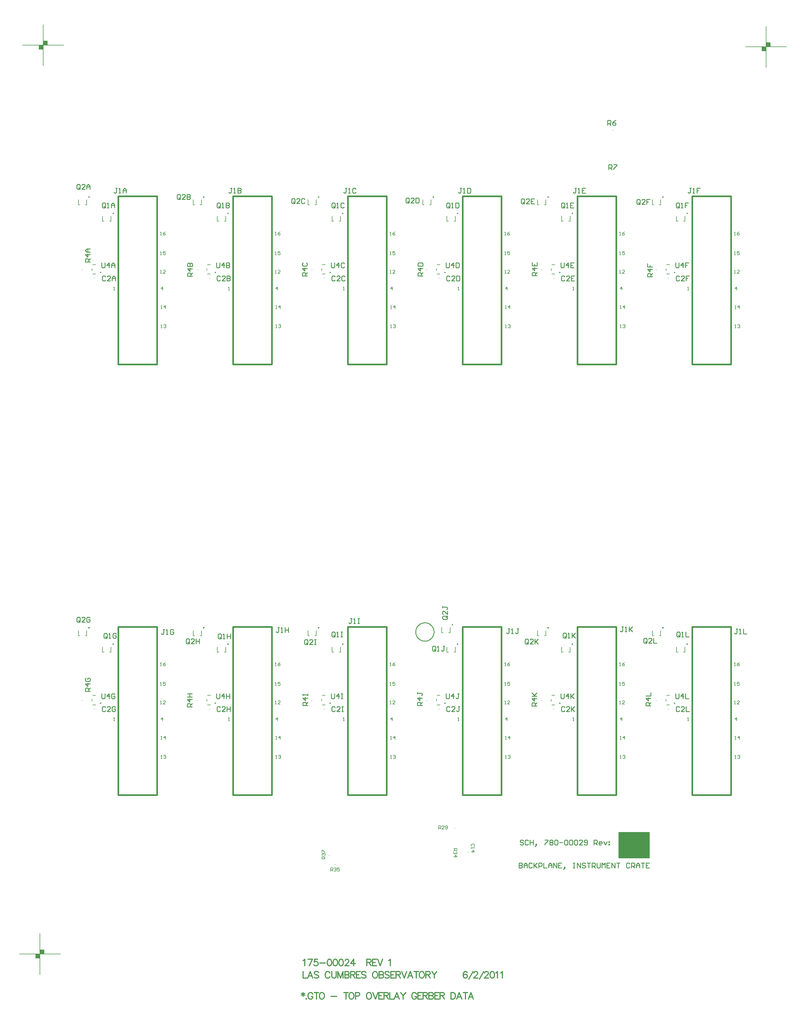
<source format=gto>
%FSLAX23Y23*%
%MOIN*%
G70*
G01*
G75*
G04 Layer_Color=65535*
%ADD10R,0.035X0.037*%
%ADD11R,0.035X0.037*%
%ADD12R,0.036X0.036*%
%ADD13R,0.036X0.028*%
%ADD14R,0.050X0.050*%
%ADD15R,0.050X0.050*%
%ADD16C,0.005*%
%ADD17C,0.010*%
%ADD18C,0.050*%
%ADD19C,0.012*%
%ADD20C,0.012*%
%ADD21C,0.008*%
%ADD22C,0.012*%
%ADD23C,0.157*%
%ADD24C,0.079*%
%ADD25C,0.020*%
%ADD26C,0.220*%
%ADD27C,0.039*%
%ADD28C,0.055*%
%ADD29R,0.055X0.055*%
%ADD30C,0.116*%
%ADD31C,0.085*%
%ADD32R,0.098X0.098*%
%ADD33C,0.098*%
%ADD34C,0.080*%
%ADD35C,0.065*%
%ADD36C,0.059*%
%ADD37C,0.055*%
%ADD38R,0.059X0.059*%
%ADD39C,0.110*%
%ADD40C,0.217*%
%ADD41C,0.200*%
%ADD42C,0.026*%
%ADD43C,0.050*%
%ADD44C,0.024*%
%ADD45C,0.025*%
%ADD46C,0.040*%
%ADD47C,0.131*%
%ADD48C,0.076*%
%ADD49C,0.206*%
%ADD50C,0.080*%
%ADD51C,0.075*%
%ADD52C,0.168*%
%ADD53C,0.102*%
%ADD54C,0.091*%
G04:AMPARAMS|DCode=55|XSize=111.181mil|YSize=111.181mil|CornerRadius=0mil|HoleSize=0mil|Usage=FLASHONLY|Rotation=0.000|XOffset=0mil|YOffset=0mil|HoleType=Round|Shape=Relief|Width=30mil|Gap=10mil|Entries=4|*
%AMTHD55*
7,0,0,0.111,0.091,0.030,45*
%
%ADD55THD55*%
G04:AMPARAMS|DCode=56|XSize=112mil|YSize=112mil|CornerRadius=0mil|HoleSize=0mil|Usage=FLASHONLY|Rotation=0.000|XOffset=0mil|YOffset=0mil|HoleType=Round|Shape=Relief|Width=30mil|Gap=10mil|Entries=4|*
%AMTHD56*
7,0,0,0.112,0.092,0.030,45*
%
%ADD56THD56*%
%ADD57C,0.092*%
%ADD58C,0.138*%
%ADD59C,0.073*%
%ADD60C,0.099*%
G04:AMPARAMS|DCode=61|XSize=119.055mil|YSize=119.055mil|CornerRadius=0mil|HoleSize=0mil|Usage=FLASHONLY|Rotation=0.000|XOffset=0mil|YOffset=0mil|HoleType=Round|Shape=Relief|Width=30mil|Gap=10mil|Entries=4|*
%AMTHD61*
7,0,0,0.119,0.099,0.030,45*
%
%ADD61THD61*%
%ADD62C,0.075*%
G04:AMPARAMS|DCode=63|XSize=130mil|YSize=130mil|CornerRadius=0mil|HoleSize=0mil|Usage=FLASHONLY|Rotation=0.000|XOffset=0mil|YOffset=0mil|HoleType=Round|Shape=Relief|Width=30mil|Gap=10mil|Entries=4|*
%AMTHD63*
7,0,0,0.130,0.110,0.030,45*
%
%ADD63THD63*%
%ADD64C,0.168*%
%ADD65C,0.053*%
G04:AMPARAMS|DCode=66|XSize=88mil|YSize=88mil|CornerRadius=0mil|HoleSize=0mil|Usage=FLASHONLY|Rotation=0.000|XOffset=0mil|YOffset=0mil|HoleType=Round|Shape=Relief|Width=30mil|Gap=10mil|Entries=4|*
%AMTHD66*
7,0,0,0.088,0.068,0.030,45*
%
%ADD66THD66*%
G04:AMPARAMS|DCode=67|XSize=70mil|YSize=70mil|CornerRadius=0mil|HoleSize=0mil|Usage=FLASHONLY|Rotation=0.000|XOffset=0mil|YOffset=0mil|HoleType=Round|Shape=Relief|Width=30mil|Gap=10mil|Entries=4|*
%AMTHD67*
7,0,0,0.070,0.050,0.030,45*
%
%ADD67THD67*%
%ADD68C,0.068*%
G04:AMPARAMS|DCode=69|XSize=100mil|YSize=100mil|CornerRadius=0mil|HoleSize=0mil|Usage=FLASHONLY|Rotation=0.000|XOffset=0mil|YOffset=0mil|HoleType=Round|Shape=Relief|Width=10mil|Gap=10mil|Entries=4|*
%AMTHD69*
7,0,0,0.100,0.080,0.010,45*
%
%ADD69THD69*%
G04:AMPARAMS|DCode=70|XSize=70mil|YSize=70mil|CornerRadius=0mil|HoleSize=0mil|Usage=FLASHONLY|Rotation=0.000|XOffset=0mil|YOffset=0mil|HoleType=Round|Shape=Relief|Width=10mil|Gap=10mil|Entries=4|*
%AMTHD70*
7,0,0,0.070,0.050,0.010,45*
%
%ADD70THD70*%
G04:AMPARAMS|DCode=71|XSize=150.551mil|YSize=150.551mil|CornerRadius=0mil|HoleSize=0mil|Usage=FLASHONLY|Rotation=0.000|XOffset=0mil|YOffset=0mil|HoleType=Round|Shape=Relief|Width=10mil|Gap=10mil|Entries=4|*
%AMTHD71*
7,0,0,0.151,0.131,0.010,45*
%
%ADD71THD71*%
G04:AMPARAMS|DCode=72|XSize=96.221mil|YSize=96.221mil|CornerRadius=0mil|HoleSize=0mil|Usage=FLASHONLY|Rotation=0.000|XOffset=0mil|YOffset=0mil|HoleType=Round|Shape=Relief|Width=10mil|Gap=10mil|Entries=4|*
%AMTHD72*
7,0,0,0.096,0.076,0.010,45*
%
%ADD72THD72*%
G04:AMPARAMS|DCode=73|XSize=95mil|YSize=95mil|CornerRadius=0mil|HoleSize=0mil|Usage=FLASHONLY|Rotation=0.000|XOffset=0mil|YOffset=0mil|HoleType=Round|Shape=Relief|Width=10mil|Gap=10mil|Entries=4|*
%AMTHD73*
7,0,0,0.095,0.075,0.010,45*
%
%ADD73THD73*%
G04:AMPARAMS|DCode=74|XSize=122mil|YSize=122mil|CornerRadius=0mil|HoleSize=0mil|Usage=FLASHONLY|Rotation=0.000|XOffset=0mil|YOffset=0mil|HoleType=Round|Shape=Relief|Width=10mil|Gap=10mil|Entries=4|*
%AMTHD74*
7,0,0,0.122,0.102,0.010,45*
%
%ADD74THD74*%
G04:AMPARAMS|DCode=75|XSize=112mil|YSize=112mil|CornerRadius=0mil|HoleSize=0mil|Usage=FLASHONLY|Rotation=0.000|XOffset=0mil|YOffset=0mil|HoleType=Round|Shape=Relief|Width=10mil|Gap=10mil|Entries=4|*
%AMTHD75*
7,0,0,0.112,0.092,0.010,45*
%
%ADD75THD75*%
G04:AMPARAMS|DCode=76|XSize=93.465mil|YSize=93.465mil|CornerRadius=0mil|HoleSize=0mil|Usage=FLASHONLY|Rotation=0.000|XOffset=0mil|YOffset=0mil|HoleType=Round|Shape=Relief|Width=10mil|Gap=10mil|Entries=4|*
%AMTHD76*
7,0,0,0.093,0.073,0.010,45*
%
%ADD76THD76*%
G04:AMPARAMS|DCode=77|XSize=95.433mil|YSize=95.433mil|CornerRadius=0mil|HoleSize=0mil|Usage=FLASHONLY|Rotation=0.000|XOffset=0mil|YOffset=0mil|HoleType=Round|Shape=Relief|Width=10mil|Gap=10mil|Entries=4|*
%AMTHD77*
7,0,0,0.095,0.075,0.010,45*
%
%ADD77THD77*%
G04:AMPARAMS|DCode=78|XSize=72.992mil|YSize=72.992mil|CornerRadius=0mil|HoleSize=0mil|Usage=FLASHONLY|Rotation=0.000|XOffset=0mil|YOffset=0mil|HoleType=Round|Shape=Relief|Width=10mil|Gap=10mil|Entries=4|*
%AMTHD78*
7,0,0,0.073,0.053,0.010,45*
%
%ADD78THD78*%
G04:AMPARAMS|DCode=79|XSize=88mil|YSize=88mil|CornerRadius=0mil|HoleSize=0mil|Usage=FLASHONLY|Rotation=0.000|XOffset=0mil|YOffset=0mil|HoleType=Round|Shape=Relief|Width=10mil|Gap=10mil|Entries=4|*
%AMTHD79*
7,0,0,0.088,0.068,0.010,45*
%
%ADD79THD79*%
%ADD80R,0.075X0.037*%
%ADD81R,0.272X0.268*%
%ADD82R,0.057X0.012*%
%ADD83R,0.025X0.185*%
%ADD84R,0.025X0.100*%
%ADD85R,0.016X0.020*%
%ADD86R,0.020X0.020*%
%ADD87R,0.070X0.135*%
%ADD88R,0.078X0.048*%
%ADD89R,0.063X0.075*%
%ADD90O,0.028X0.098*%
%ADD91R,0.045X0.017*%
%ADD92R,0.087X0.059*%
%ADD93R,0.126X0.060*%
%ADD94R,0.065X0.094*%
%ADD95O,0.027X0.010*%
%ADD96R,0.094X0.065*%
%ADD97O,0.010X0.024*%
%ADD98R,0.040X0.067*%
%ADD99R,0.051X0.059*%
%ADD100R,0.070X0.025*%
%ADD101R,0.059X0.051*%
%ADD102R,0.059X0.087*%
%ADD103C,0.020*%
%ADD104C,0.030*%
%ADD105C,0.010*%
%ADD106C,0.010*%
%ADD107C,0.008*%
%ADD108C,0.006*%
%ADD109C,0.007*%
%ADD110R,0.384X0.322*%
D17*
X33730Y21360D02*
X33730Y21370D01*
X33728Y21380D01*
X33726Y21390D01*
X33723Y21399D01*
X33719Y21409D01*
X33714Y21417D01*
X33709Y21426D01*
X33703Y21434D01*
X33696Y21441D01*
X33688Y21447D01*
X33680Y21453D01*
X33671Y21459D01*
X33662Y21463D01*
X33653Y21466D01*
X33643Y21469D01*
X33633Y21471D01*
X33623Y21472D01*
X33613D01*
X33603Y21471D01*
X33594Y21469D01*
X33584Y21466D01*
X33575Y21463D01*
X33565Y21459D01*
X33557Y21453D01*
X33549Y21447D01*
X33541Y21441D01*
X33534Y21434D01*
X33528Y21426D01*
X33522Y21417D01*
X33518Y21409D01*
X33514Y21399D01*
X33511Y21390D01*
X33508Y21380D01*
X33507Y21370D01*
X33507Y21360D01*
X33507Y21350D01*
X33508Y21340D01*
X33511Y21330D01*
X33514Y21321D01*
X33518Y21312D01*
X33522Y21303D01*
X33528Y21294D01*
X33534Y21287D01*
X33541Y21279D01*
X33549Y21273D01*
X33557Y21267D01*
X33565Y21262D01*
X33575Y21257D01*
X33584Y21254D01*
X33594Y21251D01*
X33603Y21249D01*
X33613Y21249D01*
X33623D01*
X33633Y21249D01*
X33643Y21251D01*
X33653Y21254D01*
X33662Y21257D01*
X33671Y21262D01*
X33680Y21267D01*
X33688Y21273D01*
X33696Y21279D01*
X33703Y21287D01*
X33709Y21294D01*
X33714Y21303D01*
X33719Y21312D01*
X33723Y21321D01*
X33726Y21330D01*
X33728Y21340D01*
X33730Y21350D01*
X33730Y21360D01*
X36328Y21233D02*
Y21273D01*
X36318Y21283D01*
X36298D01*
X36288Y21273D01*
Y21233D01*
X36298Y21223D01*
X36318D01*
X36308Y21243D02*
X36328Y21223D01*
X36318D02*
X36328Y21233D01*
X36388Y21223D02*
X36348D01*
X36388Y21263D01*
Y21273D01*
X36378Y21283D01*
X36358D01*
X36348Y21273D01*
X36408Y21283D02*
Y21223D01*
X36448D01*
X36678Y20608D02*
Y20558D01*
X36688Y20548D01*
X36708D01*
X36718Y20558D01*
Y20608D01*
X36768Y20548D02*
Y20608D01*
X36738Y20578D01*
X36778D01*
X36798Y20608D02*
Y20548D01*
X36838D01*
X37435Y21397D02*
X37415D01*
X37425D01*
Y21347D01*
X37415Y21337D01*
X37405D01*
X37395Y21347D01*
X37455Y21337D02*
X37475D01*
X37465D01*
Y21397D01*
X37455Y21387D01*
X37505Y21397D02*
Y21337D01*
X37545D01*
X35469Y26771D02*
X35449D01*
X35459D01*
Y26721D01*
X35449Y26711D01*
X35439D01*
X35429Y26721D01*
X35489Y26711D02*
X35509D01*
X35499D01*
Y26771D01*
X35489Y26761D01*
X35579Y26771D02*
X35539D01*
Y26711D01*
X35579D01*
X35539Y26741D02*
X35559D01*
X29869Y26771D02*
X29849D01*
X29859D01*
Y26721D01*
X29849Y26711D01*
X29839D01*
X29829Y26721D01*
X29889Y26711D02*
X29909D01*
X29899D01*
Y26771D01*
X29889Y26761D01*
X29939Y26711D02*
Y26751D01*
X29959Y26771D01*
X29979Y26751D01*
Y26711D01*
Y26741D01*
X29939D01*
X31269Y26771D02*
X31249D01*
X31259D01*
Y26721D01*
X31249Y26711D01*
X31239D01*
X31229Y26721D01*
X31289Y26711D02*
X31309D01*
X31299D01*
Y26771D01*
X31289Y26761D01*
X31339Y26771D02*
Y26711D01*
X31369D01*
X31379Y26721D01*
Y26731D01*
X31369Y26741D01*
X31339D01*
X31369D01*
X31379Y26751D01*
Y26761D01*
X31369Y26771D01*
X31339D01*
X32669D02*
X32649D01*
X32659D01*
Y26721D01*
X32649Y26711D01*
X32639D01*
X32629Y26721D01*
X32689Y26711D02*
X32709D01*
X32699D01*
Y26771D01*
X32689Y26761D01*
X32779D02*
X32769Y26771D01*
X32749D01*
X32739Y26761D01*
Y26721D01*
X32749Y26711D01*
X32769D01*
X32779Y26721D01*
X34069Y26771D02*
X34049D01*
X34059D01*
Y26721D01*
X34049Y26711D01*
X34039D01*
X34029Y26721D01*
X34089Y26711D02*
X34109D01*
X34099D01*
Y26771D01*
X34089Y26761D01*
X34139Y26771D02*
Y26711D01*
X34169D01*
X34179Y26721D01*
Y26761D01*
X34169Y26771D01*
X34139D01*
X36869D02*
X36849D01*
X36859D01*
Y26721D01*
X36849Y26711D01*
X36839D01*
X36829Y26721D01*
X36889Y26711D02*
X36909D01*
X36899D01*
Y26771D01*
X36889Y26761D01*
X36979Y26771D02*
X36939D01*
Y26741D01*
X36959D01*
X36939D01*
Y26711D01*
X30446Y21390D02*
X30426D01*
X30436D01*
Y21340D01*
X30426Y21330D01*
X30416D01*
X30406Y21340D01*
X30466Y21330D02*
X30486D01*
X30476D01*
Y21390D01*
X30466Y21380D01*
X30556D02*
X30546Y21390D01*
X30526D01*
X30516Y21380D01*
Y21340D01*
X30526Y21330D01*
X30546D01*
X30556Y21340D01*
Y21360D01*
X30536D01*
X31843Y21412D02*
X31823D01*
X31833D01*
Y21362D01*
X31823Y21352D01*
X31813D01*
X31803Y21362D01*
X31863Y21352D02*
X31883D01*
X31873D01*
Y21412D01*
X31863Y21402D01*
X31913Y21412D02*
Y21352D01*
Y21382D01*
X31953D01*
Y21412D01*
Y21352D01*
X32730Y21522D02*
X32710D01*
X32720D01*
Y21472D01*
X32710Y21462D01*
X32700D01*
X32690Y21472D01*
X32750Y21462D02*
X32770D01*
X32760D01*
Y21522D01*
X32750Y21512D01*
X32800Y21522D02*
X32820D01*
X32810D01*
Y21462D01*
X32800D01*
X32820D01*
X34656Y21401D02*
X34636D01*
X34646D01*
Y21351D01*
X34636Y21341D01*
X34626D01*
X34616Y21351D01*
X34676Y21341D02*
X34696D01*
X34686D01*
Y21401D01*
X34676Y21391D01*
X34766Y21401D02*
X34746D01*
X34756D01*
Y21351D01*
X34746Y21341D01*
X34736D01*
X34726Y21351D01*
X36041Y21422D02*
X36021D01*
X36031D01*
Y21372D01*
X36021Y21362D01*
X36011D01*
X36001Y21372D01*
X36061Y21362D02*
X36081D01*
X36071D01*
Y21422D01*
X36061Y21412D01*
X36111Y21422D02*
Y21362D01*
Y21382D01*
X36151Y21422D01*
X36121Y21392D01*
X36151Y21362D01*
X29723Y26541D02*
Y26581D01*
X29713Y26591D01*
X29693D01*
X29683Y26581D01*
Y26541D01*
X29693Y26531D01*
X29713D01*
X29703Y26551D02*
X29723Y26531D01*
X29713D02*
X29723Y26541D01*
X29743Y26531D02*
X29763D01*
X29753D01*
Y26591D01*
X29743Y26581D01*
X29793Y26531D02*
Y26571D01*
X29813Y26591D01*
X29833Y26571D01*
Y26531D01*
Y26561D01*
X29793D01*
X31123Y26541D02*
Y26581D01*
X31113Y26591D01*
X31093D01*
X31083Y26581D01*
Y26541D01*
X31093Y26531D01*
X31113D01*
X31103Y26551D02*
X31123Y26531D01*
X31113D02*
X31123Y26541D01*
X31143Y26531D02*
X31163D01*
X31153D01*
Y26591D01*
X31143Y26581D01*
X31193Y26591D02*
Y26531D01*
X31223D01*
X31233Y26541D01*
Y26551D01*
X31223Y26561D01*
X31193D01*
X31223D01*
X31233Y26571D01*
Y26581D01*
X31223Y26591D01*
X31193D01*
X32523Y26541D02*
Y26581D01*
X32513Y26591D01*
X32493D01*
X32483Y26581D01*
Y26541D01*
X32493Y26531D01*
X32513D01*
X32503Y26551D02*
X32523Y26531D01*
X32513D02*
X32523Y26541D01*
X32543Y26531D02*
X32563D01*
X32553D01*
Y26591D01*
X32543Y26581D01*
X32633D02*
X32623Y26591D01*
X32603D01*
X32593Y26581D01*
Y26541D01*
X32603Y26531D01*
X32623D01*
X32633Y26541D01*
X33923D02*
Y26581D01*
X33913Y26591D01*
X33893D01*
X33883Y26581D01*
Y26541D01*
X33893Y26531D01*
X33913D01*
X33903Y26551D02*
X33923Y26531D01*
X33913D02*
X33923Y26541D01*
X33943Y26531D02*
X33963D01*
X33953D01*
Y26591D01*
X33943Y26581D01*
X33993Y26591D02*
Y26531D01*
X34023D01*
X34033Y26541D01*
Y26581D01*
X34023Y26591D01*
X33993D01*
X35323Y26541D02*
Y26581D01*
X35313Y26591D01*
X35293D01*
X35283Y26581D01*
Y26541D01*
X35293Y26531D01*
X35313D01*
X35303Y26551D02*
X35323Y26531D01*
X35313D02*
X35323Y26541D01*
X35343Y26531D02*
X35363D01*
X35353D01*
Y26591D01*
X35343Y26581D01*
X35433Y26591D02*
X35393D01*
Y26531D01*
X35433D01*
X35393Y26561D02*
X35413D01*
X36723Y26541D02*
Y26581D01*
X36713Y26591D01*
X36693D01*
X36683Y26581D01*
Y26541D01*
X36693Y26531D01*
X36713D01*
X36703Y26551D02*
X36723Y26531D01*
X36713D02*
X36723Y26541D01*
X36743Y26531D02*
X36763D01*
X36753D01*
Y26591D01*
X36743Y26581D01*
X36833Y26591D02*
X36793D01*
Y26561D01*
X36813D01*
X36793D01*
Y26531D01*
X29743Y21292D02*
Y21332D01*
X29733Y21342D01*
X29713D01*
X29703Y21332D01*
Y21292D01*
X29713Y21282D01*
X29733D01*
X29723Y21302D02*
X29743Y21282D01*
X29733D02*
X29743Y21292D01*
X29763Y21282D02*
X29783D01*
X29773D01*
Y21342D01*
X29763Y21332D01*
X29853D02*
X29843Y21342D01*
X29823D01*
X29813Y21332D01*
Y21292D01*
X29823Y21282D01*
X29843D01*
X29853Y21292D01*
Y21312D01*
X29833D01*
X31138Y21286D02*
Y21326D01*
X31128Y21336D01*
X31108D01*
X31098Y21326D01*
Y21286D01*
X31108Y21276D01*
X31128D01*
X31118Y21296D02*
X31138Y21276D01*
X31128D02*
X31138Y21286D01*
X31158Y21276D02*
X31178D01*
X31168D01*
Y21336D01*
X31158Y21326D01*
X31208Y21336D02*
Y21276D01*
Y21306D01*
X31248D01*
Y21336D01*
Y21276D01*
X32523Y21310D02*
Y21350D01*
X32513Y21360D01*
X32493D01*
X32483Y21350D01*
Y21310D01*
X32493Y21300D01*
X32513D01*
X32503Y21320D02*
X32523Y21300D01*
X32513D02*
X32523Y21310D01*
X32543Y21300D02*
X32563D01*
X32553D01*
Y21360D01*
X32543Y21350D01*
X32593Y21360D02*
X32613D01*
X32603D01*
Y21300D01*
X32593D01*
X32613D01*
X33752Y21136D02*
Y21176D01*
X33742Y21186D01*
X33722D01*
X33712Y21176D01*
Y21136D01*
X33722Y21126D01*
X33742D01*
X33732Y21146D02*
X33752Y21126D01*
X33742D02*
X33752Y21136D01*
X33772Y21126D02*
X33792D01*
X33782D01*
Y21186D01*
X33772Y21176D01*
X33862Y21186D02*
X33842D01*
X33852D01*
Y21136D01*
X33842Y21126D01*
X33832D01*
X33822Y21136D01*
X35343Y21296D02*
Y21336D01*
X35333Y21346D01*
X35313D01*
X35303Y21336D01*
Y21296D01*
X35313Y21286D01*
X35333D01*
X35323Y21306D02*
X35343Y21286D01*
X35333D02*
X35343Y21296D01*
X35363Y21286D02*
X35383D01*
X35373D01*
Y21346D01*
X35363Y21336D01*
X35413Y21346D02*
Y21286D01*
Y21306D01*
X35453Y21346D01*
X35423Y21316D01*
X35453Y21286D01*
X36731Y21310D02*
Y21350D01*
X36721Y21360D01*
X36701D01*
X36691Y21350D01*
Y21310D01*
X36701Y21300D01*
X36721D01*
X36711Y21320D02*
X36731Y21300D01*
X36721D02*
X36731Y21310D01*
X36751Y21300D02*
X36771D01*
X36761D01*
Y21360D01*
X36751Y21350D01*
X36801Y21360D02*
Y21300D01*
X36841D01*
X29413Y26765D02*
Y26805D01*
X29403Y26815D01*
X29383D01*
X29373Y26805D01*
Y26765D01*
X29383Y26755D01*
X29403D01*
X29393Y26775D02*
X29413Y26755D01*
X29403D02*
X29413Y26765D01*
X29473Y26755D02*
X29433D01*
X29473Y26795D01*
Y26805D01*
X29463Y26815D01*
X29443D01*
X29433Y26805D01*
X29493Y26755D02*
Y26795D01*
X29513Y26815D01*
X29533Y26795D01*
Y26755D01*
Y26785D01*
X29493D01*
X30638Y26643D02*
Y26683D01*
X30628Y26693D01*
X30608D01*
X30598Y26683D01*
Y26643D01*
X30608Y26633D01*
X30628D01*
X30618Y26653D02*
X30638Y26633D01*
X30628D02*
X30638Y26643D01*
X30698Y26633D02*
X30658D01*
X30698Y26673D01*
Y26683D01*
X30688Y26693D01*
X30668D01*
X30658Y26683D01*
X30718Y26693D02*
Y26633D01*
X30748D01*
X30758Y26643D01*
Y26653D01*
X30748Y26663D01*
X30718D01*
X30748D01*
X30758Y26673D01*
Y26683D01*
X30748Y26693D01*
X30718D01*
X32035Y26593D02*
Y26633D01*
X32025Y26643D01*
X32005D01*
X31995Y26633D01*
Y26593D01*
X32005Y26583D01*
X32025D01*
X32015Y26603D02*
X32035Y26583D01*
X32025D02*
X32035Y26593D01*
X32095Y26583D02*
X32055D01*
X32095Y26623D01*
Y26633D01*
X32085Y26643D01*
X32065D01*
X32055Y26633D01*
X32155D02*
X32145Y26643D01*
X32125D01*
X32115Y26633D01*
Y26593D01*
X32125Y26583D01*
X32145D01*
X32155Y26593D01*
X33428Y26600D02*
Y26640D01*
X33418Y26650D01*
X33398D01*
X33388Y26640D01*
Y26600D01*
X33398Y26590D01*
X33418D01*
X33408Y26610D02*
X33428Y26590D01*
X33418D02*
X33428Y26600D01*
X33488Y26590D02*
X33448D01*
X33488Y26630D01*
Y26640D01*
X33478Y26650D01*
X33458D01*
X33448Y26640D01*
X33508Y26650D02*
Y26590D01*
X33538D01*
X33548Y26600D01*
Y26640D01*
X33538Y26650D01*
X33508D01*
X34833Y26591D02*
Y26631D01*
X34823Y26641D01*
X34803D01*
X34793Y26631D01*
Y26591D01*
X34803Y26581D01*
X34823D01*
X34813Y26601D02*
X34833Y26581D01*
X34823D02*
X34833Y26591D01*
X34893Y26581D02*
X34853D01*
X34893Y26621D01*
Y26631D01*
X34883Y26641D01*
X34863D01*
X34853Y26631D01*
X34953Y26641D02*
X34913D01*
Y26581D01*
X34953D01*
X34913Y26611D02*
X34933D01*
X36246Y26583D02*
Y26623D01*
X36236Y26633D01*
X36216D01*
X36206Y26623D01*
Y26583D01*
X36216Y26573D01*
X36236D01*
X36226Y26593D02*
X36246Y26573D01*
X36236D02*
X36246Y26583D01*
X36306Y26573D02*
X36266D01*
X36306Y26613D01*
Y26623D01*
X36296Y26633D01*
X36276D01*
X36266Y26623D01*
X36366Y26633D02*
X36326D01*
Y26603D01*
X36346D01*
X36326D01*
Y26573D01*
X29416Y21489D02*
Y21529D01*
X29406Y21539D01*
X29386D01*
X29376Y21529D01*
Y21489D01*
X29386Y21479D01*
X29406D01*
X29396Y21499D02*
X29416Y21479D01*
X29406D02*
X29416Y21489D01*
X29476Y21479D02*
X29436D01*
X29476Y21519D01*
Y21529D01*
X29466Y21539D01*
X29446D01*
X29436Y21529D01*
X29536D02*
X29526Y21539D01*
X29506D01*
X29496Y21529D01*
Y21489D01*
X29506Y21479D01*
X29526D01*
X29536Y21489D01*
Y21509D01*
X29516D01*
X30749Y21226D02*
Y21266D01*
X30739Y21276D01*
X30719D01*
X30709Y21266D01*
Y21226D01*
X30719Y21216D01*
X30739D01*
X30729Y21236D02*
X30749Y21216D01*
X30739D02*
X30749Y21226D01*
X30809Y21216D02*
X30769D01*
X30809Y21256D01*
Y21266D01*
X30799Y21276D01*
X30779D01*
X30769Y21266D01*
X30829Y21276D02*
Y21216D01*
Y21246D01*
X30869D01*
Y21276D01*
Y21216D01*
X32190Y21218D02*
Y21258D01*
X32180Y21268D01*
X32160D01*
X32150Y21258D01*
Y21218D01*
X32160Y21208D01*
X32180D01*
X32170Y21228D02*
X32190Y21208D01*
X32180D02*
X32190Y21218D01*
X32250Y21208D02*
X32210D01*
X32250Y21248D01*
Y21258D01*
X32240Y21268D01*
X32220D01*
X32210Y21258D01*
X32270Y21268D02*
X32290D01*
X32280D01*
Y21208D01*
X32270D01*
X32290D01*
X33883Y21553D02*
X33843D01*
X33833Y21543D01*
Y21523D01*
X33843Y21513D01*
X33883D01*
X33893Y21523D01*
Y21543D01*
X33873Y21533D02*
X33893Y21553D01*
Y21543D02*
X33883Y21553D01*
X33893Y21613D02*
Y21573D01*
X33853Y21613D01*
X33843D01*
X33833Y21603D01*
Y21583D01*
X33843Y21573D01*
X33833Y21673D02*
Y21653D01*
Y21663D01*
X33883D01*
X33893Y21653D01*
Y21643D01*
X33883Y21633D01*
X34882Y21223D02*
Y21263D01*
X34872Y21273D01*
X34852D01*
X34842Y21263D01*
Y21223D01*
X34852Y21213D01*
X34872D01*
X34862Y21233D02*
X34882Y21213D01*
X34872D02*
X34882Y21223D01*
X34942Y21213D02*
X34902D01*
X34942Y21253D01*
Y21263D01*
X34932Y21273D01*
X34912D01*
X34902Y21263D01*
X34962Y21273D02*
Y21213D01*
Y21233D01*
X35002Y21273D01*
X34972Y21243D01*
X35002Y21213D01*
X29537Y25869D02*
X29477D01*
Y25899D01*
X29487Y25909D01*
X29507D01*
X29517Y25899D01*
Y25869D01*
Y25889D02*
X29537Y25909D01*
Y25959D02*
X29477D01*
X29507Y25929D01*
Y25969D01*
X29537Y25989D02*
X29497D01*
X29477Y26009D01*
X29497Y26029D01*
X29537D01*
X29507D01*
Y25989D01*
X30785Y25697D02*
X30725D01*
Y25727D01*
X30735Y25737D01*
X30755D01*
X30765Y25727D01*
Y25697D01*
Y25717D02*
X30785Y25737D01*
Y25787D02*
X30725D01*
X30755Y25757D01*
Y25797D01*
X30725Y25817D02*
X30785D01*
Y25847D01*
X30775Y25857D01*
X30765D01*
X30755Y25847D01*
Y25817D01*
Y25847D01*
X30745Y25857D01*
X30735D01*
X30725Y25847D01*
Y25817D01*
X32183Y25700D02*
X32123D01*
Y25730D01*
X32133Y25740D01*
X32153D01*
X32163Y25730D01*
Y25700D01*
Y25720D02*
X32183Y25740D01*
Y25790D02*
X32123D01*
X32153Y25760D01*
Y25800D01*
X32133Y25860D02*
X32123Y25850D01*
Y25830D01*
X32133Y25820D01*
X32173D01*
X32183Y25830D01*
Y25850D01*
X32173Y25860D01*
X33595Y25701D02*
X33535D01*
Y25731D01*
X33545Y25741D01*
X33565D01*
X33575Y25731D01*
Y25701D01*
Y25721D02*
X33595Y25741D01*
Y25791D02*
X33535D01*
X33565Y25761D01*
Y25801D01*
X33535Y25821D02*
X33595D01*
Y25851D01*
X33585Y25861D01*
X33545D01*
X33535Y25851D01*
Y25821D01*
X34987Y25703D02*
X34927D01*
Y25733D01*
X34937Y25743D01*
X34957D01*
X34967Y25733D01*
Y25703D01*
Y25723D02*
X34987Y25743D01*
Y25793D02*
X34927D01*
X34957Y25763D01*
Y25803D01*
X34927Y25863D02*
Y25823D01*
X34987D01*
Y25863D01*
X34957Y25823D02*
Y25843D01*
X36393Y25689D02*
X36333D01*
Y25719D01*
X36343Y25729D01*
X36363D01*
X36373Y25719D01*
Y25689D01*
Y25709D02*
X36393Y25729D01*
Y25779D02*
X36333D01*
X36363Y25749D01*
Y25789D01*
X36333Y25849D02*
Y25809D01*
X36363D01*
Y25829D01*
Y25809D01*
X36393D01*
X29539Y20636D02*
X29479D01*
Y20666D01*
X29489Y20676D01*
X29509D01*
X29519Y20666D01*
Y20636D01*
Y20656D02*
X29539Y20676D01*
Y20726D02*
X29479D01*
X29509Y20696D01*
Y20736D01*
X29489Y20796D02*
X29479Y20786D01*
Y20766D01*
X29489Y20756D01*
X29529D01*
X29539Y20766D01*
Y20786D01*
X29529Y20796D01*
X29509D01*
Y20776D01*
X30781Y20447D02*
X30721D01*
Y20477D01*
X30731Y20487D01*
X30751D01*
X30761Y20477D01*
Y20447D01*
Y20467D02*
X30781Y20487D01*
Y20537D02*
X30721D01*
X30751Y20507D01*
Y20547D01*
X30721Y20567D02*
X30781D01*
X30751D01*
Y20607D01*
X30721D01*
X30781D01*
X32191Y20462D02*
X32131D01*
Y20492D01*
X32141Y20502D01*
X32161D01*
X32171Y20492D01*
Y20462D01*
Y20482D02*
X32191Y20502D01*
Y20552D02*
X32131D01*
X32161Y20522D01*
Y20562D01*
X32131Y20582D02*
Y20602D01*
Y20592D01*
X32191D01*
Y20582D01*
Y20602D01*
X33588Y20463D02*
X33528D01*
Y20493D01*
X33538Y20503D01*
X33558D01*
X33568Y20493D01*
Y20463D01*
Y20483D02*
X33588Y20503D01*
Y20553D02*
X33528D01*
X33558Y20523D01*
Y20563D01*
X33528Y20623D02*
Y20603D01*
Y20613D01*
X33578D01*
X33588Y20603D01*
Y20593D01*
X33578Y20583D01*
X34983Y20457D02*
X34923D01*
Y20487D01*
X34933Y20497D01*
X34953D01*
X34963Y20487D01*
Y20457D01*
Y20477D02*
X34983Y20497D01*
Y20547D02*
X34923D01*
X34953Y20517D01*
Y20557D01*
X34923Y20577D02*
X34983D01*
X34963D01*
X34923Y20617D01*
X34953Y20587D01*
X34983Y20617D01*
X36376Y20459D02*
X36316D01*
Y20489D01*
X36326Y20499D01*
X36346D01*
X36356Y20489D01*
Y20459D01*
Y20479D02*
X36376Y20499D01*
Y20549D02*
X36316D01*
X36346Y20519D01*
Y20559D01*
X36316Y20579D02*
X36376D01*
Y20619D01*
X35847Y27536D02*
Y27596D01*
X35877D01*
X35887Y27586D01*
Y27566D01*
X35877Y27556D01*
X35847D01*
X35867D02*
X35887Y27536D01*
X35947Y27596D02*
X35927Y27586D01*
X35907Y27566D01*
Y27546D01*
X35917Y27536D01*
X35937D01*
X35947Y27546D01*
Y27556D01*
X35937Y27566D01*
X35907D01*
X35860Y26996D02*
Y27056D01*
X35890D01*
X35900Y27046D01*
Y27026D01*
X35890Y27016D01*
X35860D01*
X35880D02*
X35900Y26996D01*
X35920Y27056D02*
X35960D01*
Y27046D01*
X35920Y27006D01*
Y26996D01*
X29726Y25690D02*
X29716Y25700D01*
X29696D01*
X29686Y25690D01*
Y25650D01*
X29696Y25640D01*
X29716D01*
X29726Y25650D01*
X29786Y25640D02*
X29746D01*
X29786Y25680D01*
Y25690D01*
X29776Y25700D01*
X29756D01*
X29746Y25690D01*
X29806Y25640D02*
Y25680D01*
X29826Y25700D01*
X29846Y25680D01*
Y25640D01*
Y25670D01*
X29806D01*
X31126Y25690D02*
X31116Y25700D01*
X31096D01*
X31086Y25690D01*
Y25650D01*
X31096Y25640D01*
X31116D01*
X31126Y25650D01*
X31186Y25640D02*
X31146D01*
X31186Y25680D01*
Y25690D01*
X31176Y25700D01*
X31156D01*
X31146Y25690D01*
X31206Y25700D02*
Y25640D01*
X31236D01*
X31246Y25650D01*
Y25660D01*
X31236Y25670D01*
X31206D01*
X31236D01*
X31246Y25680D01*
Y25690D01*
X31236Y25700D01*
X31206D01*
X32526Y25690D02*
X32516Y25700D01*
X32496D01*
X32486Y25690D01*
Y25650D01*
X32496Y25640D01*
X32516D01*
X32526Y25650D01*
X32586Y25640D02*
X32546D01*
X32586Y25680D01*
Y25690D01*
X32576Y25700D01*
X32556D01*
X32546Y25690D01*
X32646D02*
X32636Y25700D01*
X32616D01*
X32606Y25690D01*
Y25650D01*
X32616Y25640D01*
X32636D01*
X32646Y25650D01*
X33926Y25690D02*
X33916Y25700D01*
X33896D01*
X33886Y25690D01*
Y25650D01*
X33896Y25640D01*
X33916D01*
X33926Y25650D01*
X33986Y25640D02*
X33946D01*
X33986Y25680D01*
Y25690D01*
X33976Y25700D01*
X33956D01*
X33946Y25690D01*
X34006Y25700D02*
Y25640D01*
X34036D01*
X34046Y25650D01*
Y25690D01*
X34036Y25700D01*
X34006D01*
X35326Y25690D02*
X35316Y25700D01*
X35296D01*
X35286Y25690D01*
Y25650D01*
X35296Y25640D01*
X35316D01*
X35326Y25650D01*
X35386Y25640D02*
X35346D01*
X35386Y25680D01*
Y25690D01*
X35376Y25700D01*
X35356D01*
X35346Y25690D01*
X35446Y25700D02*
X35406D01*
Y25640D01*
X35446D01*
X35406Y25670D02*
X35426D01*
X36726Y25690D02*
X36716Y25700D01*
X36696D01*
X36686Y25690D01*
Y25650D01*
X36696Y25640D01*
X36716D01*
X36726Y25650D01*
X36786Y25640D02*
X36746D01*
X36786Y25680D01*
Y25690D01*
X36776Y25700D01*
X36756D01*
X36746Y25690D01*
X36846Y25700D02*
X36806D01*
Y25670D01*
X36826D01*
X36806D01*
Y25640D01*
X29726Y20439D02*
X29716Y20449D01*
X29696D01*
X29686Y20439D01*
Y20399D01*
X29696Y20389D01*
X29716D01*
X29726Y20399D01*
X29786Y20389D02*
X29746D01*
X29786Y20429D01*
Y20439D01*
X29776Y20449D01*
X29756D01*
X29746Y20439D01*
X29846D02*
X29836Y20449D01*
X29816D01*
X29806Y20439D01*
Y20399D01*
X29816Y20389D01*
X29836D01*
X29846Y20399D01*
Y20419D01*
X29826D01*
X31126Y20439D02*
X31116Y20449D01*
X31096D01*
X31086Y20439D01*
Y20399D01*
X31096Y20389D01*
X31116D01*
X31126Y20399D01*
X31186Y20389D02*
X31146D01*
X31186Y20429D01*
Y20439D01*
X31176Y20449D01*
X31156D01*
X31146Y20439D01*
X31206Y20449D02*
Y20389D01*
Y20419D01*
X31246D01*
Y20449D01*
Y20389D01*
X32526Y20439D02*
X32516Y20449D01*
X32496D01*
X32486Y20439D01*
Y20399D01*
X32496Y20389D01*
X32516D01*
X32526Y20399D01*
X32586Y20389D02*
X32546D01*
X32586Y20429D01*
Y20439D01*
X32576Y20449D01*
X32556D01*
X32546Y20439D01*
X32606Y20449D02*
X32626D01*
X32616D01*
Y20389D01*
X32606D01*
X32626D01*
X33926Y20439D02*
X33916Y20449D01*
X33896D01*
X33886Y20439D01*
Y20399D01*
X33896Y20389D01*
X33916D01*
X33926Y20399D01*
X33986Y20389D02*
X33946D01*
X33986Y20429D01*
Y20439D01*
X33976Y20449D01*
X33956D01*
X33946Y20439D01*
X34046Y20449D02*
X34026D01*
X34036D01*
Y20399D01*
X34026Y20389D01*
X34016D01*
X34006Y20399D01*
X35326Y20439D02*
X35316Y20449D01*
X35296D01*
X35286Y20439D01*
Y20399D01*
X35296Y20389D01*
X35316D01*
X35326Y20399D01*
X35386Y20389D02*
X35346D01*
X35386Y20429D01*
Y20439D01*
X35376Y20449D01*
X35356D01*
X35346Y20439D01*
X35406Y20449D02*
Y20389D01*
Y20409D01*
X35446Y20449D01*
X35416Y20419D01*
X35446Y20389D01*
X36726Y20439D02*
X36716Y20449D01*
X36696D01*
X36686Y20439D01*
Y20399D01*
X36696Y20389D01*
X36716D01*
X36726Y20399D01*
X36786Y20389D02*
X36746D01*
X36786Y20429D01*
Y20439D01*
X36776Y20449D01*
X36756D01*
X36746Y20439D01*
X36806Y20449D02*
Y20389D01*
X36846D01*
X29678Y25859D02*
Y25809D01*
X29688Y25799D01*
X29708D01*
X29718Y25809D01*
Y25859D01*
X29768Y25799D02*
Y25859D01*
X29738Y25829D01*
X29778D01*
X29798Y25799D02*
Y25839D01*
X29818Y25859D01*
X29838Y25839D01*
Y25799D01*
Y25829D01*
X29798D01*
X31078Y25859D02*
Y25809D01*
X31088Y25799D01*
X31108D01*
X31118Y25809D01*
Y25859D01*
X31168Y25799D02*
Y25859D01*
X31138Y25829D01*
X31178D01*
X31198Y25859D02*
Y25799D01*
X31228D01*
X31238Y25809D01*
Y25819D01*
X31228Y25829D01*
X31198D01*
X31228D01*
X31238Y25839D01*
Y25849D01*
X31228Y25859D01*
X31198D01*
X32478D02*
Y25809D01*
X32488Y25799D01*
X32508D01*
X32518Y25809D01*
Y25859D01*
X32568Y25799D02*
Y25859D01*
X32538Y25829D01*
X32578D01*
X32638Y25849D02*
X32628Y25859D01*
X32608D01*
X32598Y25849D01*
Y25809D01*
X32608Y25799D01*
X32628D01*
X32638Y25809D01*
X33878Y25859D02*
Y25809D01*
X33888Y25799D01*
X33908D01*
X33918Y25809D01*
Y25859D01*
X33968Y25799D02*
Y25859D01*
X33938Y25829D01*
X33978D01*
X33998Y25859D02*
Y25799D01*
X34028D01*
X34038Y25809D01*
Y25849D01*
X34028Y25859D01*
X33998D01*
X35278D02*
Y25809D01*
X35288Y25799D01*
X35308D01*
X35318Y25809D01*
Y25859D01*
X35368Y25799D02*
Y25859D01*
X35338Y25829D01*
X35378D01*
X35438Y25859D02*
X35398D01*
Y25799D01*
X35438D01*
X35398Y25829D02*
X35418D01*
X36678Y25859D02*
Y25809D01*
X36688Y25799D01*
X36708D01*
X36718Y25809D01*
Y25859D01*
X36768Y25799D02*
Y25859D01*
X36738Y25829D01*
X36778D01*
X36838Y25859D02*
X36798D01*
Y25829D01*
X36818D01*
X36798D01*
Y25799D01*
X29678Y20608D02*
Y20558D01*
X29688Y20548D01*
X29708D01*
X29718Y20558D01*
Y20608D01*
X29768Y20548D02*
Y20608D01*
X29738Y20578D01*
X29778D01*
X29838Y20598D02*
X29828Y20608D01*
X29808D01*
X29798Y20598D01*
Y20558D01*
X29808Y20548D01*
X29828D01*
X29838Y20558D01*
Y20578D01*
X29818D01*
X31078Y20608D02*
Y20558D01*
X31088Y20548D01*
X31108D01*
X31118Y20558D01*
Y20608D01*
X31168Y20548D02*
Y20608D01*
X31138Y20578D01*
X31178D01*
X31198Y20608D02*
Y20548D01*
Y20578D01*
X31238D01*
Y20608D01*
Y20548D01*
X32478Y20608D02*
Y20558D01*
X32488Y20548D01*
X32508D01*
X32518Y20558D01*
Y20608D01*
X32568Y20548D02*
Y20608D01*
X32538Y20578D01*
X32578D01*
X32598Y20608D02*
X32618D01*
X32608D01*
Y20548D01*
X32598D01*
X32618D01*
X33878Y20608D02*
Y20558D01*
X33888Y20548D01*
X33908D01*
X33918Y20558D01*
Y20608D01*
X33968Y20548D02*
Y20608D01*
X33938Y20578D01*
X33978D01*
X34038Y20608D02*
X34018D01*
X34028D01*
Y20558D01*
X34018Y20548D01*
X34008D01*
X33998Y20558D01*
X35278Y20608D02*
Y20558D01*
X35288Y20548D01*
X35308D01*
X35318Y20558D01*
Y20608D01*
X35368Y20548D02*
Y20608D01*
X35338Y20578D01*
X35378D01*
X35398Y20608D02*
Y20548D01*
Y20568D01*
X35438Y20608D01*
X35408Y20578D01*
X35438Y20548D01*
X34768Y18544D02*
Y18484D01*
X34798D01*
X34808Y18494D01*
Y18504D01*
X34798Y18514D01*
X34768D01*
X34798D01*
X34808Y18524D01*
Y18534D01*
X34798Y18544D01*
X34768D01*
X34828Y18484D02*
Y18524D01*
X34848Y18544D01*
X34868Y18524D01*
Y18484D01*
Y18514D01*
X34828D01*
X34928Y18534D02*
X34918Y18544D01*
X34898D01*
X34888Y18534D01*
Y18494D01*
X34898Y18484D01*
X34918D01*
X34928Y18494D01*
X34948Y18544D02*
Y18484D01*
Y18504D01*
X34988Y18544D01*
X34958Y18514D01*
X34988Y18484D01*
X35008D02*
Y18544D01*
X35038D01*
X35048Y18534D01*
Y18514D01*
X35038Y18504D01*
X35008D01*
X35068Y18544D02*
Y18484D01*
X35108D01*
X35128D02*
Y18524D01*
X35148Y18544D01*
X35168Y18524D01*
Y18484D01*
Y18514D01*
X35128D01*
X35188Y18484D02*
Y18544D01*
X35228Y18484D01*
Y18544D01*
X35288D02*
X35248D01*
Y18484D01*
X35288D01*
X35248Y18514D02*
X35268D01*
X35318Y18474D02*
X35328Y18484D01*
Y18494D01*
X35318D01*
Y18484D01*
X35328D01*
X35318Y18474D01*
X35308Y18464D01*
X35428Y18544D02*
X35448D01*
X35438D01*
Y18484D01*
X35428D01*
X35448D01*
X35478D02*
Y18544D01*
X35518Y18484D01*
Y18544D01*
X35578Y18534D02*
X35568Y18544D01*
X35548D01*
X35538Y18534D01*
Y18524D01*
X35548Y18514D01*
X35568D01*
X35578Y18504D01*
Y18494D01*
X35568Y18484D01*
X35548D01*
X35538Y18494D01*
X35598Y18544D02*
X35638D01*
X35618D01*
Y18484D01*
X35658D02*
Y18544D01*
X35688D01*
X35698Y18534D01*
Y18514D01*
X35688Y18504D01*
X35658D01*
X35678D02*
X35698Y18484D01*
X35718Y18544D02*
Y18494D01*
X35728Y18484D01*
X35748D01*
X35758Y18494D01*
Y18544D01*
X35778Y18484D02*
Y18544D01*
X35798Y18524D01*
X35818Y18544D01*
Y18484D01*
X35878Y18544D02*
X35838D01*
Y18484D01*
X35878D01*
X35838Y18514D02*
X35858D01*
X35898Y18484D02*
Y18544D01*
X35938Y18484D01*
Y18544D01*
X35958D02*
X35998D01*
X35978D01*
Y18484D01*
X36118Y18534D02*
X36108Y18544D01*
X36088D01*
X36078Y18534D01*
Y18494D01*
X36088Y18484D01*
X36108D01*
X36118Y18494D01*
X36138Y18484D02*
Y18544D01*
X36168D01*
X36178Y18534D01*
Y18514D01*
X36168Y18504D01*
X36138D01*
X36158D02*
X36178Y18484D01*
X36198D02*
Y18524D01*
X36218Y18544D01*
X36238Y18524D01*
Y18484D01*
Y18514D01*
X36198D01*
X36258Y18544D02*
X36298D01*
X36278D01*
Y18484D01*
X36357Y18544D02*
X36317D01*
Y18484D01*
X36357D01*
X36317Y18514D02*
X36337D01*
X34820Y18812D02*
X34810Y18822D01*
X34790D01*
X34780Y18812D01*
Y18802D01*
X34790Y18792D01*
X34810D01*
X34820Y18782D01*
Y18772D01*
X34810Y18762D01*
X34790D01*
X34780Y18772D01*
X34880Y18812D02*
X34870Y18822D01*
X34850D01*
X34840Y18812D01*
Y18772D01*
X34850Y18762D01*
X34870D01*
X34880Y18772D01*
X34900Y18822D02*
Y18762D01*
Y18792D01*
X34940D01*
Y18822D01*
Y18762D01*
X34970Y18752D02*
X34980Y18762D01*
Y18772D01*
X34970D01*
Y18762D01*
X34980D01*
X34970Y18752D01*
X34960Y18742D01*
X35080Y18822D02*
X35120D01*
Y18812D01*
X35080Y18772D01*
Y18762D01*
X35140Y18812D02*
X35150Y18822D01*
X35170D01*
X35180Y18812D01*
Y18802D01*
X35170Y18792D01*
X35180Y18782D01*
Y18772D01*
X35170Y18762D01*
X35150D01*
X35140Y18772D01*
Y18782D01*
X35150Y18792D01*
X35140Y18802D01*
Y18812D01*
X35150Y18792D02*
X35170D01*
X35200Y18812D02*
X35210Y18822D01*
X35230D01*
X35240Y18812D01*
Y18772D01*
X35230Y18762D01*
X35210D01*
X35200Y18772D01*
Y18812D01*
X35260Y18792D02*
X35300D01*
X35320Y18812D02*
X35330Y18822D01*
X35350D01*
X35360Y18812D01*
Y18772D01*
X35350Y18762D01*
X35330D01*
X35320Y18772D01*
Y18812D01*
X35380D02*
X35390Y18822D01*
X35410D01*
X35420Y18812D01*
Y18772D01*
X35410Y18762D01*
X35390D01*
X35380Y18772D01*
Y18812D01*
X35440D02*
X35450Y18822D01*
X35470D01*
X35480Y18812D01*
Y18772D01*
X35470Y18762D01*
X35450D01*
X35440Y18772D01*
Y18812D01*
X35540Y18762D02*
X35500D01*
X35540Y18802D01*
Y18812D01*
X35530Y18822D01*
X35510D01*
X35500Y18812D01*
X35560Y18772D02*
X35570Y18762D01*
X35590D01*
X35600Y18772D01*
Y18812D01*
X35590Y18822D01*
X35570D01*
X35560Y18812D01*
Y18802D01*
X35570Y18792D01*
X35600D01*
X35680Y18762D02*
Y18822D01*
X35710D01*
X35720Y18812D01*
Y18792D01*
X35710Y18782D01*
X35680D01*
X35700D02*
X35720Y18762D01*
X35770D02*
X35750D01*
X35740Y18772D01*
Y18792D01*
X35750Y18802D01*
X35770D01*
X35780Y18792D01*
Y18782D01*
X35740D01*
X35800Y18802D02*
X35820Y18762D01*
X35840Y18802D01*
X35860D02*
X35870D01*
Y18792D01*
X35860D01*
Y18802D01*
Y18772D02*
X35870D01*
Y18762D01*
X35860D01*
Y18772D01*
D19*
X32136Y17353D02*
X32144Y17357D01*
X32155Y17369D01*
Y17289D01*
X32248Y17369D02*
X32210Y17289D01*
X32195Y17369D02*
X32248D01*
X32312D02*
X32274D01*
X32270Y17334D01*
X32274Y17338D01*
X32285Y17342D01*
X32296D01*
X32308Y17338D01*
X32315Y17330D01*
X32319Y17319D01*
Y17311D01*
X32315Y17300D01*
X32308Y17292D01*
X32296Y17289D01*
X32285D01*
X32274Y17292D01*
X32270Y17296D01*
X32266Y17304D01*
X32337Y17323D02*
X32406D01*
X32452Y17369D02*
X32441Y17365D01*
X32433Y17353D01*
X32429Y17334D01*
Y17323D01*
X32433Y17304D01*
X32441Y17292D01*
X32452Y17289D01*
X32460D01*
X32471Y17292D01*
X32479Y17304D01*
X32483Y17323D01*
Y17334D01*
X32479Y17353D01*
X32471Y17365D01*
X32460Y17369D01*
X32452D01*
X32523D02*
X32512Y17365D01*
X32504Y17353D01*
X32501Y17334D01*
Y17323D01*
X32504Y17304D01*
X32512Y17292D01*
X32523Y17289D01*
X32531D01*
X32542Y17292D01*
X32550Y17304D01*
X32554Y17323D01*
Y17334D01*
X32550Y17353D01*
X32542Y17365D01*
X32531Y17369D01*
X32523D01*
X32595D02*
X32583Y17365D01*
X32576Y17353D01*
X32572Y17334D01*
Y17323D01*
X32576Y17304D01*
X32583Y17292D01*
X32595Y17289D01*
X32602D01*
X32614Y17292D01*
X32621Y17304D01*
X32625Y17323D01*
Y17334D01*
X32621Y17353D01*
X32614Y17365D01*
X32602Y17369D01*
X32595D01*
X32647Y17350D02*
Y17353D01*
X32651Y17361D01*
X32654Y17365D01*
X32662Y17369D01*
X32677D01*
X32685Y17365D01*
X32689Y17361D01*
X32692Y17353D01*
Y17346D01*
X32689Y17338D01*
X32681Y17327D01*
X32643Y17289D01*
X32696D01*
X32752Y17369D02*
X32714Y17315D01*
X32771D01*
X32752Y17369D02*
Y17289D01*
X32911Y17369D02*
Y17289D01*
Y17369D02*
X32945D01*
X32957Y17365D01*
X32961Y17361D01*
X32964Y17353D01*
Y17346D01*
X32961Y17338D01*
X32957Y17334D01*
X32945Y17330D01*
X32911D01*
X32938D02*
X32964Y17289D01*
X33032Y17369D02*
X32982D01*
Y17289D01*
X33032D01*
X32982Y17330D02*
X33013D01*
X33045Y17369D02*
X33076Y17289D01*
X33106Y17369D02*
X33076Y17289D01*
X33179Y17353D02*
X33187Y17357D01*
X33198Y17369D01*
Y17289D01*
D20*
X32134Y16963D02*
Y16917D01*
X32115Y16952D02*
X32153Y16929D01*
Y16952D02*
X32115Y16929D01*
X32173Y16891D02*
X32169Y16887D01*
X32173Y16883D01*
X32177Y16887D01*
X32173Y16891D01*
X32252Y16944D02*
X32248Y16952D01*
X32240Y16959D01*
X32233Y16963D01*
X32217D01*
X32210Y16959D01*
X32202Y16952D01*
X32198Y16944D01*
X32195Y16933D01*
Y16913D01*
X32198Y16902D01*
X32202Y16894D01*
X32210Y16887D01*
X32217Y16883D01*
X32233D01*
X32240Y16887D01*
X32248Y16894D01*
X32252Y16902D01*
Y16913D01*
X32233D02*
X32252D01*
X32297Y16963D02*
Y16883D01*
X32270Y16963D02*
X32323D01*
X32356D02*
X32348Y16959D01*
X32340Y16952D01*
X32337Y16944D01*
X32333Y16933D01*
Y16913D01*
X32337Y16902D01*
X32340Y16894D01*
X32348Y16887D01*
X32356Y16883D01*
X32371D01*
X32379Y16887D01*
X32386Y16894D01*
X32390Y16902D01*
X32394Y16913D01*
Y16933D01*
X32390Y16944D01*
X32386Y16952D01*
X32379Y16959D01*
X32371Y16963D01*
X32356D01*
X32475Y16917D02*
X32544D01*
X32657Y16963D02*
Y16883D01*
X32630Y16963D02*
X32684D01*
X32716D02*
X32708Y16959D01*
X32701Y16952D01*
X32697Y16944D01*
X32693Y16933D01*
Y16913D01*
X32697Y16902D01*
X32701Y16894D01*
X32708Y16887D01*
X32716Y16883D01*
X32731D01*
X32739Y16887D01*
X32746Y16894D01*
X32750Y16902D01*
X32754Y16913D01*
Y16933D01*
X32750Y16944D01*
X32746Y16952D01*
X32739Y16959D01*
X32731Y16963D01*
X32716D01*
X32773Y16921D02*
X32807D01*
X32818Y16925D01*
X32822Y16929D01*
X32826Y16936D01*
Y16948D01*
X32822Y16955D01*
X32818Y16959D01*
X32807Y16963D01*
X32773D01*
Y16883D01*
X32930Y16963D02*
X32922Y16959D01*
X32914Y16952D01*
X32911Y16944D01*
X32907Y16933D01*
Y16913D01*
X32911Y16902D01*
X32914Y16894D01*
X32922Y16887D01*
X32930Y16883D01*
X32945D01*
X32953Y16887D01*
X32960Y16894D01*
X32964Y16902D01*
X32968Y16913D01*
Y16933D01*
X32964Y16944D01*
X32960Y16952D01*
X32953Y16959D01*
X32945Y16963D01*
X32930D01*
X32986D02*
X33017Y16883D01*
X33047Y16963D02*
X33017Y16883D01*
X33107Y16963D02*
X33058D01*
Y16883D01*
X33107D01*
X33058Y16925D02*
X33088D01*
X33120Y16963D02*
Y16883D01*
Y16963D02*
X33155D01*
X33166Y16959D01*
X33170Y16955D01*
X33174Y16948D01*
Y16940D01*
X33170Y16933D01*
X33166Y16929D01*
X33155Y16925D01*
X33120D01*
X33147D02*
X33174Y16883D01*
X33192Y16963D02*
Y16883D01*
X33237D01*
X33307D02*
X33277Y16963D01*
X33246Y16883D01*
X33258Y16910D02*
X33296D01*
X33326Y16963D02*
X33356Y16925D01*
Y16883D01*
X33387Y16963D02*
X33356Y16925D01*
X33517Y16944D02*
X33513Y16952D01*
X33506Y16959D01*
X33498Y16963D01*
X33483D01*
X33475Y16959D01*
X33467Y16952D01*
X33464Y16944D01*
X33460Y16933D01*
Y16913D01*
X33464Y16902D01*
X33467Y16894D01*
X33475Y16887D01*
X33483Y16883D01*
X33498D01*
X33506Y16887D01*
X33513Y16894D01*
X33517Y16902D01*
Y16913D01*
X33498D02*
X33517D01*
X33585Y16963D02*
X33535D01*
Y16883D01*
X33585D01*
X33535Y16925D02*
X33566D01*
X33598Y16963D02*
Y16883D01*
Y16963D02*
X33632D01*
X33644Y16959D01*
X33648Y16955D01*
X33651Y16948D01*
Y16940D01*
X33648Y16933D01*
X33644Y16929D01*
X33632Y16925D01*
X33598D01*
X33625D02*
X33651Y16883D01*
X33669Y16963D02*
Y16883D01*
Y16963D02*
X33704D01*
X33715Y16959D01*
X33719Y16955D01*
X33723Y16948D01*
Y16940D01*
X33719Y16933D01*
X33715Y16929D01*
X33704Y16925D01*
X33669D02*
X33704D01*
X33715Y16921D01*
X33719Y16917D01*
X33723Y16910D01*
Y16898D01*
X33719Y16891D01*
X33715Y16887D01*
X33704Y16883D01*
X33669D01*
X33790Y16963D02*
X33741D01*
Y16883D01*
X33790D01*
X33741Y16925D02*
X33771D01*
X33803Y16963D02*
Y16883D01*
Y16963D02*
X33838D01*
X33849Y16959D01*
X33853Y16955D01*
X33857Y16948D01*
Y16940D01*
X33853Y16933D01*
X33849Y16929D01*
X33838Y16925D01*
X33803D01*
X33830D02*
X33857Y16883D01*
X33937Y16963D02*
Y16883D01*
Y16963D02*
X33964D01*
X33976Y16959D01*
X33983Y16952D01*
X33987Y16944D01*
X33991Y16933D01*
Y16913D01*
X33987Y16902D01*
X33983Y16894D01*
X33976Y16887D01*
X33964Y16883D01*
X33937D01*
X34070D02*
X34039Y16963D01*
X34009Y16883D01*
X34020Y16910D02*
X34058D01*
X34115Y16963D02*
Y16883D01*
X34088Y16963D02*
X34142D01*
X34212Y16883D02*
X34182Y16963D01*
X34151Y16883D01*
X34163Y16910D02*
X34201D01*
D21*
X36670Y20491D02*
X36664Y20497D01*
X36658Y20491D01*
X36664Y20485D01*
X36670Y20491D01*
X29670Y25742D02*
X29664Y25748D01*
X29658Y25742D01*
X29664Y25736D01*
X29670Y25742D01*
X31070D02*
X31064Y25748D01*
X31058Y25742D01*
X31064Y25736D01*
X31070Y25742D01*
X32470D02*
X32464Y25748D01*
X32458Y25742D01*
X32464Y25736D01*
X32470Y25742D01*
X33870D02*
X33864Y25748D01*
X33858Y25742D01*
X33864Y25736D01*
X33870Y25742D01*
X35270D02*
X35264Y25748D01*
X35258Y25742D01*
X35264Y25736D01*
X35270Y25742D01*
X36670D02*
X36664Y25748D01*
X36658Y25742D01*
X36664Y25736D01*
X36670Y25742D01*
X29670Y20491D02*
X29664Y20497D01*
X29658Y20491D01*
X29664Y20485D01*
X29670Y20491D01*
X31070D02*
X31064Y20497D01*
X31058Y20491D01*
X31064Y20485D01*
X31070Y20491D01*
X32470D02*
X32464Y20497D01*
X32458Y20491D01*
X32464Y20485D01*
X32470Y20491D01*
X33870D02*
X33864Y20497D01*
X33858Y20491D01*
X33864Y20485D01*
X33870Y20491D01*
X35270D02*
X35264Y20497D01*
X35258Y20491D01*
X35264Y20485D01*
X35270Y20491D01*
X36660D02*
X36668D01*
X36664Y20487D02*
Y20495D01*
X29660Y25742D02*
X29668D01*
X29664Y25738D02*
Y25746D01*
X31060Y25742D02*
X31068D01*
X31064Y25738D02*
Y25746D01*
X32460Y25742D02*
X32468D01*
X32464Y25738D02*
Y25746D01*
X33860Y25742D02*
X33868D01*
X33864Y25738D02*
Y25746D01*
X35260Y25742D02*
X35268D01*
X35264Y25738D02*
Y25746D01*
X36660Y25742D02*
X36668D01*
X36664Y25738D02*
Y25746D01*
X29660Y20491D02*
X29668D01*
X29664Y20487D02*
Y20495D01*
X31060Y20491D02*
X31068D01*
X31064Y20487D02*
Y20495D01*
X32460Y20491D02*
X32468D01*
X32464Y20487D02*
Y20495D01*
X33860Y20491D02*
X33868D01*
X33864Y20487D02*
Y20495D01*
X35260Y20491D02*
X35268D01*
X35264Y20487D02*
Y20495D01*
X34218Y18748D02*
X34225Y18754D01*
Y18768D01*
X34218Y18774D01*
X34191D01*
X34185Y18768D01*
Y18754D01*
X34191Y18748D01*
X34185Y18734D02*
Y18721D01*
Y18728D01*
X34225D01*
X34218Y18734D01*
X34185Y18681D02*
X34225D01*
X34205Y18701D01*
Y18674D01*
X33787Y18955D02*
Y18995D01*
X33807D01*
X33813Y18989D01*
Y18975D01*
X33807Y18969D01*
X33787D01*
X33800D02*
X33813Y18955D01*
X33853D02*
X33827D01*
X33853Y18982D01*
Y18989D01*
X33847Y18995D01*
X33833D01*
X33827Y18989D01*
X33867Y18962D02*
X33873Y18955D01*
X33887D01*
X33893Y18962D01*
Y18989D01*
X33887Y18995D01*
X33873D01*
X33867Y18989D01*
Y18982D01*
X33873Y18975D01*
X33893D01*
X33971Y18719D02*
X34011D01*
Y18699D01*
X34004Y18693D01*
X33991D01*
X33984Y18699D01*
Y18719D01*
Y18706D02*
X33971Y18693D01*
X34004Y18679D02*
X34011Y18673D01*
Y18659D01*
X34004Y18653D01*
X33997D01*
X33991Y18659D01*
Y18666D01*
Y18659D01*
X33984Y18653D01*
X33977D01*
X33971Y18659D01*
Y18673D01*
X33977Y18679D01*
X33971Y18619D02*
X34011D01*
X33991Y18639D01*
Y18613D01*
X32471Y18443D02*
Y18483D01*
X32491D01*
X32498Y18476D01*
Y18463D01*
X32491Y18456D01*
X32471D01*
X32484D02*
X32498Y18443D01*
X32511Y18476D02*
X32518Y18483D01*
X32531D01*
X32538Y18476D01*
Y18470D01*
X32531Y18463D01*
X32524D01*
X32531D01*
X32538Y18456D01*
Y18450D01*
X32531Y18443D01*
X32518D01*
X32511Y18450D01*
X32578Y18483D02*
X32551D01*
Y18463D01*
X32564Y18470D01*
X32571D01*
X32578Y18463D01*
Y18450D01*
X32571Y18443D01*
X32558D01*
X32551Y18450D01*
X32405Y18593D02*
X32365D01*
Y18613D01*
X32372Y18620D01*
X32385D01*
X32392Y18613D01*
Y18593D01*
Y18606D02*
X32405Y18620D01*
X32372Y18633D02*
X32365Y18640D01*
Y18653D01*
X32372Y18660D01*
X32378D01*
X32385Y18653D01*
Y18646D01*
Y18653D01*
X32392Y18660D01*
X32398D01*
X32405Y18653D01*
Y18640D01*
X32398Y18633D01*
X32365Y18673D02*
Y18700D01*
X32372D01*
X32398Y18673D01*
X32405D01*
X37781Y28243D02*
Y28743D01*
X37531Y28493D02*
X38031D01*
X37731Y28443D02*
X37781D01*
X37731D02*
Y28493D01*
X37781Y28543D02*
X37831D01*
Y28493D02*
Y28543D01*
X37786Y28498D02*
Y28538D01*
X37826D01*
Y28498D02*
Y28538D01*
X37786Y28498D02*
X37826D01*
X37791Y28503D02*
Y28533D01*
X37821D01*
Y28503D02*
Y28533D01*
X37796Y28503D02*
X37821D01*
X37796Y28508D02*
Y28528D01*
X37816D01*
Y28508D02*
Y28528D01*
X37801Y28508D02*
X37816D01*
X37801Y28513D02*
Y28523D01*
X37811D01*
Y28513D02*
Y28523D01*
X37801Y28513D02*
X37811D01*
X37806D02*
Y28523D01*
X37736Y28448D02*
Y28488D01*
X37776D01*
Y28448D02*
Y28488D01*
X37736Y28448D02*
X37776D01*
X37741Y28453D02*
Y28483D01*
X37771D01*
Y28453D02*
Y28483D01*
X37746Y28453D02*
X37771D01*
X37746Y28458D02*
Y28478D01*
X37766D01*
Y28458D02*
Y28478D01*
X37751Y28458D02*
X37766D01*
X37751Y28463D02*
Y28473D01*
X37761D01*
Y28463D02*
Y28473D01*
X37751Y28463D02*
X37761D01*
X37756D02*
Y28473D01*
X28965Y28263D02*
Y28763D01*
X28715Y28513D02*
X29215D01*
X28915Y28463D02*
X28965D01*
X28915D02*
Y28513D01*
X28965Y28563D02*
X29015D01*
Y28513D02*
Y28563D01*
X28970Y28518D02*
Y28558D01*
X29010D01*
Y28518D02*
Y28558D01*
X28970Y28518D02*
X29010D01*
X28975Y28523D02*
Y28553D01*
X29005D01*
Y28523D02*
Y28553D01*
X28980Y28523D02*
X29005D01*
X28980Y28528D02*
Y28548D01*
X29000D01*
Y28528D02*
Y28548D01*
X28985Y28528D02*
X29000D01*
X28985Y28533D02*
Y28543D01*
X28995D01*
Y28533D02*
Y28543D01*
X28985Y28533D02*
X28995D01*
X28990D02*
Y28543D01*
X28920Y28468D02*
Y28508D01*
X28960D01*
Y28468D02*
Y28508D01*
X28920Y28468D02*
X28960D01*
X28925Y28473D02*
Y28503D01*
X28955D01*
Y28473D02*
Y28503D01*
X28930Y28473D02*
X28955D01*
X28930Y28478D02*
Y28498D01*
X28950D01*
Y28478D02*
Y28498D01*
X28935Y28478D02*
X28950D01*
X28935Y28483D02*
Y28493D01*
X28945D01*
Y28483D02*
Y28493D01*
X28935Y28483D02*
X28945D01*
X28940D02*
Y28493D01*
X28926Y17184D02*
Y17684D01*
X28676Y17434D02*
X29176D01*
X28876Y17384D02*
X28926D01*
X28876D02*
Y17434D01*
X28926Y17484D02*
X28976D01*
Y17434D02*
Y17484D01*
X28931Y17439D02*
Y17479D01*
X28971D01*
Y17439D02*
Y17479D01*
X28931Y17439D02*
X28971D01*
X28936Y17444D02*
Y17474D01*
X28966D01*
Y17444D02*
Y17474D01*
X28941Y17444D02*
X28966D01*
X28941Y17449D02*
Y17469D01*
X28961D01*
Y17449D02*
Y17469D01*
X28946Y17449D02*
X28961D01*
X28946Y17454D02*
Y17464D01*
X28956D01*
Y17454D02*
Y17464D01*
X28946Y17454D02*
X28956D01*
X28951D02*
Y17464D01*
X28881Y17389D02*
Y17429D01*
X28921D01*
Y17389D02*
Y17429D01*
X28881Y17389D02*
X28921D01*
X28886Y17394D02*
Y17424D01*
X28916D01*
Y17394D02*
Y17424D01*
X28891Y17394D02*
X28916D01*
X28891Y17399D02*
Y17419D01*
X28911D01*
Y17399D02*
Y17419D01*
X28896Y17399D02*
X28911D01*
X28896Y17404D02*
Y17414D01*
X28906D01*
Y17404D02*
Y17414D01*
X28896Y17404D02*
X28906D01*
X28901D02*
Y17414D01*
D22*
X32136Y17219D02*
Y17139D01*
X32182D01*
X32251D02*
X32221Y17219D01*
X32190Y17139D01*
X32202Y17165D02*
X32240D01*
X32323Y17207D02*
X32316Y17215D01*
X32304Y17219D01*
X32289D01*
X32278Y17215D01*
X32270Y17207D01*
Y17200D01*
X32274Y17192D01*
X32278Y17188D01*
X32285Y17184D01*
X32308Y17177D01*
X32316Y17173D01*
X32320Y17169D01*
X32323Y17161D01*
Y17150D01*
X32316Y17142D01*
X32304Y17139D01*
X32289D01*
X32278Y17142D01*
X32270Y17150D01*
X32461Y17200D02*
X32457Y17207D01*
X32450Y17215D01*
X32442Y17219D01*
X32427D01*
X32419Y17215D01*
X32412Y17207D01*
X32408Y17200D01*
X32404Y17188D01*
Y17169D01*
X32408Y17158D01*
X32412Y17150D01*
X32419Y17142D01*
X32427Y17139D01*
X32442D01*
X32450Y17142D01*
X32457Y17150D01*
X32461Y17158D01*
X32484Y17219D02*
Y17161D01*
X32488Y17150D01*
X32495Y17142D01*
X32507Y17139D01*
X32514D01*
X32526Y17142D01*
X32533Y17150D01*
X32537Y17161D01*
Y17219D01*
X32559D02*
Y17139D01*
Y17219D02*
X32590Y17139D01*
X32620Y17219D02*
X32590Y17139D01*
X32620Y17219D02*
Y17139D01*
X32643Y17219D02*
Y17139D01*
Y17219D02*
X32677D01*
X32689Y17215D01*
X32692Y17211D01*
X32696Y17203D01*
Y17196D01*
X32692Y17188D01*
X32689Y17184D01*
X32677Y17180D01*
X32643D02*
X32677D01*
X32689Y17177D01*
X32692Y17173D01*
X32696Y17165D01*
Y17154D01*
X32692Y17146D01*
X32689Y17142D01*
X32677Y17139D01*
X32643D01*
X32714Y17219D02*
Y17139D01*
Y17219D02*
X32748D01*
X32760Y17215D01*
X32764Y17211D01*
X32768Y17203D01*
Y17196D01*
X32764Y17188D01*
X32760Y17184D01*
X32748Y17180D01*
X32714D01*
X32741D02*
X32768Y17139D01*
X32835Y17219D02*
X32785D01*
Y17139D01*
X32835D01*
X32785Y17180D02*
X32816D01*
X32902Y17207D02*
X32894Y17215D01*
X32883Y17219D01*
X32867D01*
X32856Y17215D01*
X32848Y17207D01*
Y17200D01*
X32852Y17192D01*
X32856Y17188D01*
X32863Y17184D01*
X32886Y17177D01*
X32894Y17173D01*
X32898Y17169D01*
X32902Y17161D01*
Y17150D01*
X32894Y17142D01*
X32883Y17139D01*
X32867D01*
X32856Y17142D01*
X32848Y17150D01*
X33005Y17219D02*
X32998Y17215D01*
X32990Y17207D01*
X32986Y17200D01*
X32982Y17188D01*
Y17169D01*
X32986Y17158D01*
X32990Y17150D01*
X32998Y17142D01*
X33005Y17139D01*
X33020D01*
X33028Y17142D01*
X33036Y17150D01*
X33039Y17158D01*
X33043Y17169D01*
Y17188D01*
X33039Y17200D01*
X33036Y17207D01*
X33028Y17215D01*
X33020Y17219D01*
X33005D01*
X33062D02*
Y17139D01*
Y17219D02*
X33096D01*
X33108Y17215D01*
X33111Y17211D01*
X33115Y17203D01*
Y17196D01*
X33111Y17188D01*
X33108Y17184D01*
X33096Y17180D01*
X33062D02*
X33096D01*
X33108Y17177D01*
X33111Y17173D01*
X33115Y17165D01*
Y17154D01*
X33111Y17146D01*
X33108Y17142D01*
X33096Y17139D01*
X33062D01*
X33186Y17207D02*
X33179Y17215D01*
X33167Y17219D01*
X33152D01*
X33141Y17215D01*
X33133Y17207D01*
Y17200D01*
X33137Y17192D01*
X33141Y17188D01*
X33148Y17184D01*
X33171Y17177D01*
X33179Y17173D01*
X33183Y17169D01*
X33186Y17161D01*
Y17150D01*
X33179Y17142D01*
X33167Y17139D01*
X33152D01*
X33141Y17142D01*
X33133Y17150D01*
X33254Y17219D02*
X33204D01*
Y17139D01*
X33254D01*
X33204Y17180D02*
X33235D01*
X33267Y17219D02*
Y17139D01*
Y17219D02*
X33301D01*
X33313Y17215D01*
X33317Y17211D01*
X33321Y17203D01*
Y17196D01*
X33317Y17188D01*
X33313Y17184D01*
X33301Y17180D01*
X33267D01*
X33294D02*
X33321Y17139D01*
X33338Y17219D02*
X33369Y17139D01*
X33399Y17219D02*
X33369Y17139D01*
X33471D02*
X33440Y17219D01*
X33410Y17139D01*
X33421Y17165D02*
X33459D01*
X33516Y17219D02*
Y17139D01*
X33489Y17219D02*
X33543D01*
X33575D02*
X33567Y17215D01*
X33560Y17207D01*
X33556Y17200D01*
X33552Y17188D01*
Y17169D01*
X33556Y17158D01*
X33560Y17150D01*
X33567Y17142D01*
X33575Y17139D01*
X33590D01*
X33598Y17142D01*
X33605Y17150D01*
X33609Y17158D01*
X33613Y17169D01*
Y17188D01*
X33609Y17200D01*
X33605Y17207D01*
X33598Y17215D01*
X33590Y17219D01*
X33575D01*
X33632D02*
Y17139D01*
Y17219D02*
X33666D01*
X33677Y17215D01*
X33681Y17211D01*
X33685Y17203D01*
Y17196D01*
X33681Y17188D01*
X33677Y17184D01*
X33666Y17180D01*
X33632D01*
X33658D02*
X33685Y17139D01*
X33703Y17219D02*
X33733Y17180D01*
Y17139D01*
X33764Y17219D02*
X33733Y17180D01*
X34134Y17207D02*
X34130Y17215D01*
X34119Y17219D01*
X34111D01*
X34100Y17215D01*
X34092Y17203D01*
X34088Y17184D01*
Y17165D01*
X34092Y17150D01*
X34100Y17142D01*
X34111Y17139D01*
X34115D01*
X34126Y17142D01*
X34134Y17150D01*
X34138Y17161D01*
Y17165D01*
X34134Y17177D01*
X34126Y17184D01*
X34115Y17188D01*
X34111D01*
X34100Y17184D01*
X34092Y17177D01*
X34088Y17165D01*
X34155Y17127D02*
X34209Y17219D01*
X34218Y17200D02*
Y17203D01*
X34222Y17211D01*
X34225Y17215D01*
X34233Y17219D01*
X34248D01*
X34256Y17215D01*
X34260Y17211D01*
X34264Y17203D01*
Y17196D01*
X34260Y17188D01*
X34252Y17177D01*
X34214Y17139D01*
X34267D01*
X34285Y17127D02*
X34339Y17219D01*
X34348Y17200D02*
Y17203D01*
X34352Y17211D01*
X34355Y17215D01*
X34363Y17219D01*
X34378D01*
X34386Y17215D01*
X34390Y17211D01*
X34393Y17203D01*
Y17196D01*
X34390Y17188D01*
X34382Y17177D01*
X34344Y17139D01*
X34397D01*
X34438Y17219D02*
X34427Y17215D01*
X34419Y17203D01*
X34415Y17184D01*
Y17173D01*
X34419Y17154D01*
X34427Y17142D01*
X34438Y17139D01*
X34446D01*
X34457Y17142D01*
X34465Y17154D01*
X34468Y17173D01*
Y17184D01*
X34465Y17203D01*
X34457Y17215D01*
X34446Y17219D01*
X34438D01*
X34486Y17203D02*
X34494Y17207D01*
X34505Y17219D01*
Y17139D01*
X34545Y17203D02*
X34553Y17207D01*
X34564Y17219D01*
Y17139D01*
D103*
X36881Y19370D02*
Y20395D01*
Y19370D02*
X37355D01*
Y21420D01*
X36881D02*
X37355D01*
X36881Y20395D02*
Y21420D01*
X35481Y24621D02*
Y25646D01*
Y24621D02*
X35956D01*
Y26671D01*
X35481D02*
X35956D01*
X35481Y25646D02*
Y26671D01*
X29881Y24621D02*
Y25646D01*
Y24621D02*
X30356D01*
Y26671D01*
X29881D02*
X30356D01*
X29881Y25646D02*
Y26671D01*
X31281Y24621D02*
Y25646D01*
Y24621D02*
X31756D01*
Y26671D01*
X31281D02*
X31756D01*
X31281Y25646D02*
Y26671D01*
X32681Y24621D02*
Y25646D01*
Y24621D02*
X33156D01*
Y26671D01*
X32681D02*
X33156D01*
X32681Y25646D02*
Y26671D01*
X34081Y24621D02*
Y25646D01*
Y24621D02*
X34556D01*
Y26671D01*
X34081D02*
X34556D01*
X34081Y25646D02*
Y26671D01*
X36881Y24621D02*
Y25646D01*
Y24621D02*
X37356D01*
Y26671D01*
X36881D02*
X37356D01*
X36881Y25646D02*
Y26671D01*
X29881Y19370D02*
Y20395D01*
Y19370D02*
X30355D01*
Y21420D01*
X29881D02*
X30355D01*
X29881Y20395D02*
Y21420D01*
X31281Y19370D02*
Y20395D01*
Y19370D02*
X31756D01*
Y21420D01*
X31281D02*
X31756D01*
X31281Y20395D02*
Y21420D01*
X32681Y19370D02*
Y20395D01*
Y19370D02*
X33155D01*
Y21420D01*
X32681D02*
X33155D01*
X32681Y20395D02*
Y21420D01*
X34081Y19370D02*
Y20395D01*
Y19370D02*
X34556D01*
Y21420D01*
X34081D02*
X34556D01*
X34081Y20395D02*
Y21420D01*
X35480Y19370D02*
Y20395D01*
Y19370D02*
X35956D01*
Y21420D01*
X35480D02*
X35956D01*
X35480Y20395D02*
Y21420D01*
D105*
X36527Y21412D02*
X36519Y21416D01*
Y21408D01*
X36527Y21412D01*
X29822Y26463D02*
X29814Y26467D01*
Y26459D01*
X29822Y26463D01*
X31222D02*
X31214Y26467D01*
Y26459D01*
X31222Y26463D01*
X32622D02*
X32614Y26467D01*
Y26459D01*
X32622Y26463D01*
X34022D02*
X34014Y26467D01*
Y26459D01*
X34022Y26463D01*
X35422D02*
X35414Y26467D01*
Y26459D01*
X35422Y26463D01*
X36822D02*
X36814Y26467D01*
Y26459D01*
X36822Y26463D01*
X29822Y21212D02*
X29814Y21216D01*
Y21208D01*
X29822Y21212D01*
X31222D02*
X31214Y21216D01*
Y21208D01*
X31222Y21212D01*
X32622D02*
X32614Y21216D01*
Y21208D01*
X32622Y21212D01*
X34022D02*
X34014Y21216D01*
Y21208D01*
X34022Y21212D01*
X35422D02*
X35414Y21216D01*
Y21208D01*
X35422Y21212D01*
X36822D02*
X36814Y21216D01*
Y21208D01*
X36822Y21212D01*
X29527Y26663D02*
X29519Y26667D01*
Y26659D01*
X29527Y26663D01*
X30927D02*
X30919Y26667D01*
Y26659D01*
X30927Y26663D01*
X32327D02*
X32319Y26667D01*
Y26659D01*
X32327Y26663D01*
X33727D02*
X33719Y26667D01*
Y26659D01*
X33727Y26663D01*
X35127D02*
X35119Y26667D01*
Y26659D01*
X35127Y26663D01*
X36527D02*
X36519Y26667D01*
Y26659D01*
X36527Y26663D01*
X29527Y21412D02*
X29519Y21416D01*
Y21408D01*
X29527Y21412D01*
X30927D02*
X30919Y21416D01*
Y21408D01*
X30927Y21412D01*
X32327D02*
X32319Y21416D01*
Y21408D01*
X32327Y21412D01*
X33957Y21449D02*
X33950Y21454D01*
Y21445D01*
X33957Y21449D01*
X35127Y21412D02*
X35119Y21416D01*
Y21408D01*
X35127Y21412D01*
D106*
X29441Y25774D02*
D03*
X30841D02*
D03*
X32241D02*
D03*
X33641D02*
D03*
X35041D02*
D03*
X36441D02*
D03*
X29441Y20523D02*
D03*
X30841D02*
D03*
X32241D02*
D03*
X33641D02*
D03*
X35041D02*
D03*
X36441D02*
D03*
X35912Y27477D02*
D03*
X35925Y26937D02*
D03*
X34143Y18673D02*
D03*
X33985Y18968D02*
D03*
X34055Y18668D02*
D03*
X32525Y18524D02*
D03*
X32455Y18634D02*
D03*
X29591Y25669D02*
D03*
X30991D02*
D03*
X32391D02*
D03*
X33791D02*
D03*
X35191D02*
D03*
X36591D02*
D03*
X29591Y20418D02*
D03*
X30991D02*
D03*
X32391D02*
D03*
X33791D02*
D03*
X35191D02*
D03*
X36591D02*
D03*
D107*
X36394Y21314D02*
Y21378D01*
X36496Y21314D02*
Y21378D01*
X36478Y21314D02*
X36496D01*
X36394D02*
X36412D01*
X29689Y26365D02*
Y26429D01*
X29791Y26365D02*
Y26429D01*
X29773Y26365D02*
X29791D01*
X29689D02*
X29707D01*
X31089D02*
Y26429D01*
X31191Y26365D02*
Y26429D01*
X31173Y26365D02*
X31191D01*
X31089D02*
X31107D01*
X32489D02*
Y26429D01*
X32591Y26365D02*
Y26429D01*
X32573Y26365D02*
X32591D01*
X32489D02*
X32507D01*
X33889D02*
Y26429D01*
X33991Y26365D02*
Y26429D01*
X33973Y26365D02*
X33991D01*
X33889D02*
X33907D01*
X35289D02*
Y26429D01*
X35391Y26365D02*
Y26429D01*
X35373Y26365D02*
X35391D01*
X35289D02*
X35307D01*
X36689D02*
Y26429D01*
X36791Y26365D02*
Y26429D01*
X36773Y26365D02*
X36791D01*
X36689D02*
X36707D01*
X29689Y21114D02*
Y21178D01*
X29791Y21114D02*
Y21178D01*
X29773Y21114D02*
X29791D01*
X29689D02*
X29707D01*
X31089D02*
Y21178D01*
X31191Y21114D02*
Y21178D01*
X31173Y21114D02*
X31191D01*
X31089D02*
X31107D01*
X32489D02*
Y21178D01*
X32591Y21114D02*
Y21178D01*
X32573Y21114D02*
X32591D01*
X32489D02*
X32507D01*
X33889D02*
Y21178D01*
X33991Y21114D02*
Y21178D01*
X33973Y21114D02*
X33991D01*
X33889D02*
X33907D01*
X35289D02*
Y21178D01*
X35391Y21114D02*
Y21178D01*
X35373Y21114D02*
X35391D01*
X35289D02*
X35307D01*
X36689D02*
Y21178D01*
X36791Y21114D02*
Y21178D01*
X36773Y21114D02*
X36791D01*
X36689D02*
X36707D01*
X29394Y26565D02*
Y26629D01*
X29496Y26565D02*
Y26629D01*
X29478Y26565D02*
X29496D01*
X29394D02*
X29412D01*
X30794D02*
Y26629D01*
X30896Y26565D02*
Y26629D01*
X30878Y26565D02*
X30896D01*
X30794D02*
X30812D01*
X32194D02*
Y26629D01*
X32296Y26565D02*
Y26629D01*
X32278Y26565D02*
X32296D01*
X32194D02*
X32212D01*
X33594D02*
Y26629D01*
X33696Y26565D02*
Y26629D01*
X33678Y26565D02*
X33696D01*
X33594D02*
X33612D01*
X34994D02*
Y26629D01*
X35096Y26565D02*
Y26629D01*
X35078Y26565D02*
X35096D01*
X34994D02*
X35012D01*
X36394D02*
Y26629D01*
X36496Y26565D02*
Y26629D01*
X36478Y26565D02*
X36496D01*
X36394D02*
X36412D01*
X29394Y21314D02*
Y21378D01*
X29496Y21314D02*
Y21378D01*
X29478Y21314D02*
X29496D01*
X29394D02*
X29412D01*
X30794D02*
Y21378D01*
X30896Y21314D02*
Y21378D01*
X30878Y21314D02*
X30896D01*
X30794D02*
X30812D01*
X32194D02*
Y21378D01*
X32296Y21314D02*
Y21378D01*
X32278Y21314D02*
X32296D01*
X32194D02*
X32212D01*
X33824Y21351D02*
Y21415D01*
X33927Y21351D02*
Y21415D01*
X33909Y21351D02*
X33927D01*
X33824D02*
X33842D01*
X34994Y21314D02*
Y21378D01*
X35096Y21314D02*
Y21378D01*
X35078Y21314D02*
X35096D01*
X34994D02*
X35012D01*
D108*
X36560Y20517D02*
Y20539D01*
X36567Y20585D02*
X36605D01*
X36567Y20471D02*
X36605D01*
X29560Y25768D02*
Y25790D01*
X29567Y25836D02*
X29605D01*
X29567Y25722D02*
X29605D01*
X30960Y25768D02*
Y25790D01*
X30967Y25836D02*
X31005D01*
X30967Y25722D02*
X31005D01*
X32360Y25768D02*
Y25790D01*
X32367Y25836D02*
X32405D01*
X32367Y25722D02*
X32405D01*
X33760Y25768D02*
Y25790D01*
X33767Y25836D02*
X33805D01*
X33767Y25722D02*
X33805D01*
X35160Y25768D02*
Y25790D01*
X35167Y25836D02*
X35205D01*
X35167Y25722D02*
X35205D01*
X36560Y25768D02*
Y25790D01*
X36567Y25836D02*
X36605D01*
X36567Y25722D02*
X36605D01*
X29560Y20517D02*
Y20539D01*
X29567Y20585D02*
X29605D01*
X29567Y20471D02*
X29605D01*
X30960Y20517D02*
Y20539D01*
X30967Y20585D02*
X31005D01*
X30967Y20471D02*
X31005D01*
X32360Y20517D02*
Y20539D01*
X32367Y20585D02*
X32405D01*
X32367Y20471D02*
X32405D01*
X33760Y20517D02*
Y20539D01*
X33767Y20585D02*
X33805D01*
X33767Y20471D02*
X33805D01*
X35160Y20517D02*
Y20539D01*
X35167Y20585D02*
X35205D01*
X35167Y20471D02*
X35205D01*
D109*
X37396Y20705D02*
X37409D01*
X37402D01*
Y20745D01*
X37396Y20738D01*
X37455Y20745D02*
X37429D01*
Y20725D01*
X37442Y20732D01*
X37449D01*
X37455Y20725D01*
Y20712D01*
X37449Y20705D01*
X37435D01*
X37429Y20712D01*
X37401Y20050D02*
X37414D01*
X37407D01*
Y20090D01*
X37401Y20083D01*
X37454Y20050D02*
Y20090D01*
X37434Y20070D01*
X37460D01*
X37396Y20480D02*
X37409D01*
X37402D01*
Y20520D01*
X37396Y20513D01*
X37455Y20480D02*
X37429D01*
X37455Y20507D01*
Y20513D01*
X37449Y20520D01*
X37435D01*
X37429Y20513D01*
X37420Y20275D02*
Y20315D01*
X37401Y20295D01*
X37427D01*
X37401Y19815D02*
X37414D01*
X37407D01*
Y19855D01*
X37401Y19848D01*
X37434D02*
X37440Y19855D01*
X37454D01*
X37460Y19848D01*
Y19842D01*
X37454Y19835D01*
X37447D01*
X37454D01*
X37460Y19828D01*
Y19822D01*
X37454Y19815D01*
X37440D01*
X37434Y19822D01*
X36826Y20275D02*
X36839D01*
X36832D01*
Y20315D01*
X36826Y20308D01*
X37396Y20945D02*
X37409D01*
X37402D01*
Y20985D01*
X37396Y20978D01*
X37455Y20985D02*
X37442Y20978D01*
X37429Y20965D01*
Y20952D01*
X37435Y20945D01*
X37449D01*
X37455Y20952D01*
Y20958D01*
X37449Y20965D01*
X37429D01*
X35996Y25956D02*
X36009D01*
X36002D01*
Y25996D01*
X35996Y25990D01*
X36055Y25996D02*
X36029D01*
Y25976D01*
X36042Y25983D01*
X36049D01*
X36055Y25976D01*
Y25963D01*
X36049Y25956D01*
X36035D01*
X36029Y25963D01*
X36001Y25301D02*
X36014D01*
X36007D01*
Y25341D01*
X36001Y25335D01*
X36054Y25301D02*
Y25341D01*
X36034Y25321D01*
X36060D01*
X35996Y25731D02*
X36009D01*
X36002D01*
Y25771D01*
X35996Y25765D01*
X36055Y25731D02*
X36029D01*
X36055Y25758D01*
Y25765D01*
X36049Y25771D01*
X36035D01*
X36029Y25765D01*
X36021Y25526D02*
Y25566D01*
X36001Y25546D01*
X36027D01*
X36001Y25066D02*
X36014D01*
X36007D01*
Y25106D01*
X36001Y25100D01*
X36034D02*
X36041Y25106D01*
X36054D01*
X36060Y25100D01*
Y25093D01*
X36054Y25086D01*
X36047D01*
X36054D01*
X36060Y25080D01*
Y25073D01*
X36054Y25066D01*
X36041D01*
X36034Y25073D01*
X35426Y25526D02*
X35439D01*
X35432D01*
Y25566D01*
X35426Y25560D01*
X35996Y26196D02*
X36009D01*
X36002D01*
Y26236D01*
X35996Y26230D01*
X36055Y26236D02*
X36042Y26230D01*
X36029Y26216D01*
Y26203D01*
X36035Y26196D01*
X36049D01*
X36055Y26203D01*
Y26210D01*
X36049Y26216D01*
X36029D01*
X30396Y25956D02*
X30409D01*
X30402D01*
Y25996D01*
X30396Y25990D01*
X30455Y25996D02*
X30429D01*
Y25976D01*
X30442Y25983D01*
X30449D01*
X30455Y25976D01*
Y25963D01*
X30449Y25956D01*
X30435D01*
X30429Y25963D01*
X30401Y25301D02*
X30414D01*
X30407D01*
Y25341D01*
X30401Y25335D01*
X30454Y25301D02*
Y25341D01*
X30434Y25321D01*
X30460D01*
X30396Y25731D02*
X30409D01*
X30402D01*
Y25771D01*
X30396Y25765D01*
X30455Y25731D02*
X30429D01*
X30455Y25758D01*
Y25765D01*
X30449Y25771D01*
X30435D01*
X30429Y25765D01*
X30421Y25526D02*
Y25566D01*
X30401Y25546D01*
X30427D01*
X30401Y25066D02*
X30414D01*
X30407D01*
Y25106D01*
X30401Y25100D01*
X30434D02*
X30440Y25106D01*
X30454D01*
X30460Y25100D01*
Y25093D01*
X30454Y25086D01*
X30447D01*
X30454D01*
X30460Y25080D01*
Y25073D01*
X30454Y25066D01*
X30440D01*
X30434Y25073D01*
X29826Y25526D02*
X29839D01*
X29832D01*
Y25566D01*
X29826Y25560D01*
X30396Y26196D02*
X30409D01*
X30402D01*
Y26236D01*
X30396Y26230D01*
X30455Y26236D02*
X30442Y26230D01*
X30429Y26216D01*
Y26203D01*
X30435Y26196D01*
X30449D01*
X30455Y26203D01*
Y26210D01*
X30449Y26216D01*
X30429D01*
X31796Y25956D02*
X31809D01*
X31802D01*
Y25996D01*
X31796Y25990D01*
X31855Y25996D02*
X31829D01*
Y25976D01*
X31842Y25983D01*
X31849D01*
X31855Y25976D01*
Y25963D01*
X31849Y25956D01*
X31835D01*
X31829Y25963D01*
X31801Y25301D02*
X31814D01*
X31807D01*
Y25341D01*
X31801Y25335D01*
X31854Y25301D02*
Y25341D01*
X31834Y25321D01*
X31860D01*
X31796Y25731D02*
X31809D01*
X31802D01*
Y25771D01*
X31796Y25765D01*
X31855Y25731D02*
X31829D01*
X31855Y25758D01*
Y25765D01*
X31849Y25771D01*
X31835D01*
X31829Y25765D01*
X31821Y25526D02*
Y25566D01*
X31801Y25546D01*
X31827D01*
X31801Y25066D02*
X31814D01*
X31807D01*
Y25106D01*
X31801Y25100D01*
X31834D02*
X31840Y25106D01*
X31854D01*
X31860Y25100D01*
Y25093D01*
X31854Y25086D01*
X31847D01*
X31854D01*
X31860Y25080D01*
Y25073D01*
X31854Y25066D01*
X31840D01*
X31834Y25073D01*
X31226Y25526D02*
X31239D01*
X31232D01*
Y25566D01*
X31226Y25560D01*
X31796Y26196D02*
X31809D01*
X31802D01*
Y26236D01*
X31796Y26230D01*
X31855Y26236D02*
X31842Y26230D01*
X31829Y26216D01*
Y26203D01*
X31835Y26196D01*
X31849D01*
X31855Y26203D01*
Y26210D01*
X31849Y26216D01*
X31829D01*
X33196Y25956D02*
X33209D01*
X33202D01*
Y25996D01*
X33196Y25990D01*
X33255Y25996D02*
X33229D01*
Y25976D01*
X33242Y25983D01*
X33249D01*
X33255Y25976D01*
Y25963D01*
X33249Y25956D01*
X33236D01*
X33229Y25963D01*
X33201Y25301D02*
X33214D01*
X33207D01*
Y25341D01*
X33201Y25335D01*
X33254Y25301D02*
Y25341D01*
X33234Y25321D01*
X33260D01*
X33196Y25731D02*
X33209D01*
X33202D01*
Y25771D01*
X33196Y25765D01*
X33255Y25731D02*
X33229D01*
X33255Y25758D01*
Y25765D01*
X33249Y25771D01*
X33236D01*
X33229Y25765D01*
X33221Y25526D02*
Y25566D01*
X33201Y25546D01*
X33227D01*
X33201Y25066D02*
X33214D01*
X33207D01*
Y25106D01*
X33201Y25100D01*
X33234D02*
X33240Y25106D01*
X33254D01*
X33260Y25100D01*
Y25093D01*
X33254Y25086D01*
X33247D01*
X33254D01*
X33260Y25080D01*
Y25073D01*
X33254Y25066D01*
X33240D01*
X33234Y25073D01*
X32626Y25526D02*
X32639D01*
X32632D01*
Y25566D01*
X32626Y25560D01*
X33196Y26196D02*
X33209D01*
X33202D01*
Y26236D01*
X33196Y26230D01*
X33255Y26236D02*
X33242Y26230D01*
X33229Y26216D01*
Y26203D01*
X33236Y26196D01*
X33249D01*
X33255Y26203D01*
Y26210D01*
X33249Y26216D01*
X33229D01*
X34596Y25956D02*
X34609D01*
X34602D01*
Y25996D01*
X34596Y25990D01*
X34655Y25996D02*
X34629D01*
Y25976D01*
X34642Y25983D01*
X34649D01*
X34655Y25976D01*
Y25963D01*
X34649Y25956D01*
X34635D01*
X34629Y25963D01*
X34601Y25301D02*
X34614D01*
X34607D01*
Y25341D01*
X34601Y25335D01*
X34654Y25301D02*
Y25341D01*
X34634Y25321D01*
X34660D01*
X34596Y25731D02*
X34609D01*
X34602D01*
Y25771D01*
X34596Y25765D01*
X34655Y25731D02*
X34629D01*
X34655Y25758D01*
Y25765D01*
X34649Y25771D01*
X34635D01*
X34629Y25765D01*
X34621Y25526D02*
Y25566D01*
X34601Y25546D01*
X34627D01*
X34601Y25066D02*
X34614D01*
X34607D01*
Y25106D01*
X34601Y25100D01*
X34634D02*
X34640Y25106D01*
X34654D01*
X34660Y25100D01*
Y25093D01*
X34654Y25086D01*
X34647D01*
X34654D01*
X34660Y25080D01*
Y25073D01*
X34654Y25066D01*
X34640D01*
X34634Y25073D01*
X34026Y25526D02*
X34039D01*
X34032D01*
Y25566D01*
X34026Y25560D01*
X34596Y26196D02*
X34609D01*
X34602D01*
Y26236D01*
X34596Y26230D01*
X34655Y26236D02*
X34642Y26230D01*
X34629Y26216D01*
Y26203D01*
X34635Y26196D01*
X34649D01*
X34655Y26203D01*
Y26210D01*
X34649Y26216D01*
X34629D01*
X37396Y25956D02*
X37409D01*
X37402D01*
Y25996D01*
X37396Y25990D01*
X37455Y25996D02*
X37429D01*
Y25976D01*
X37442Y25983D01*
X37449D01*
X37455Y25976D01*
Y25963D01*
X37449Y25956D01*
X37435D01*
X37429Y25963D01*
X37401Y25301D02*
X37414D01*
X37407D01*
Y25341D01*
X37401Y25335D01*
X37454Y25301D02*
Y25341D01*
X37434Y25321D01*
X37460D01*
X37396Y25731D02*
X37409D01*
X37402D01*
Y25771D01*
X37396Y25765D01*
X37455Y25731D02*
X37429D01*
X37455Y25758D01*
Y25765D01*
X37449Y25771D01*
X37435D01*
X37429Y25765D01*
X37421Y25526D02*
Y25566D01*
X37401Y25546D01*
X37427D01*
X37401Y25066D02*
X37414D01*
X37407D01*
Y25106D01*
X37401Y25100D01*
X37434D02*
X37440Y25106D01*
X37454D01*
X37460Y25100D01*
Y25093D01*
X37454Y25086D01*
X37447D01*
X37454D01*
X37460Y25080D01*
Y25073D01*
X37454Y25066D01*
X37440D01*
X37434Y25073D01*
X36826Y25526D02*
X36839D01*
X36832D01*
Y25566D01*
X36826Y25560D01*
X37396Y26196D02*
X37409D01*
X37402D01*
Y26236D01*
X37396Y26230D01*
X37455Y26236D02*
X37442Y26230D01*
X37429Y26216D01*
Y26203D01*
X37435Y26196D01*
X37449D01*
X37455Y26203D01*
Y26210D01*
X37449Y26216D01*
X37429D01*
X30396Y20705D02*
X30409D01*
X30402D01*
Y20745D01*
X30396Y20738D01*
X30455Y20745D02*
X30429D01*
Y20725D01*
X30442Y20732D01*
X30449D01*
X30455Y20725D01*
Y20712D01*
X30449Y20705D01*
X30435D01*
X30429Y20712D01*
X30400Y20050D02*
X30414D01*
X30407D01*
Y20090D01*
X30400Y20083D01*
X30454Y20050D02*
Y20090D01*
X30434Y20070D01*
X30460D01*
X30396Y20480D02*
X30409D01*
X30402D01*
Y20520D01*
X30396Y20513D01*
X30455Y20480D02*
X30429D01*
X30455Y20507D01*
Y20513D01*
X30449Y20520D01*
X30435D01*
X30429Y20513D01*
X30420Y20275D02*
Y20315D01*
X30400Y20295D01*
X30427D01*
X30400Y19815D02*
X30414D01*
X30407D01*
Y19855D01*
X30400Y19848D01*
X30434D02*
X30440Y19855D01*
X30454D01*
X30460Y19848D01*
Y19842D01*
X30454Y19835D01*
X30447D01*
X30454D01*
X30460Y19828D01*
Y19822D01*
X30454Y19815D01*
X30440D01*
X30434Y19822D01*
X29826Y20275D02*
X29839D01*
X29832D01*
Y20315D01*
X29826Y20308D01*
X30396Y20945D02*
X30409D01*
X30402D01*
Y20985D01*
X30396Y20978D01*
X30455Y20985D02*
X30442Y20978D01*
X30429Y20965D01*
Y20952D01*
X30435Y20945D01*
X30449D01*
X30455Y20952D01*
Y20958D01*
X30449Y20965D01*
X30429D01*
X31795Y20705D02*
X31809D01*
X31802D01*
Y20745D01*
X31795Y20738D01*
X31855Y20745D02*
X31829D01*
Y20725D01*
X31842Y20732D01*
X31849D01*
X31855Y20725D01*
Y20712D01*
X31849Y20705D01*
X31835D01*
X31829Y20712D01*
X31801Y20050D02*
X31814D01*
X31807D01*
Y20090D01*
X31801Y20083D01*
X31854Y20050D02*
Y20090D01*
X31834Y20070D01*
X31860D01*
X31795Y20480D02*
X31809D01*
X31802D01*
Y20520D01*
X31795Y20513D01*
X31855Y20480D02*
X31829D01*
X31855Y20507D01*
Y20513D01*
X31849Y20520D01*
X31835D01*
X31829Y20513D01*
X31820Y20275D02*
Y20315D01*
X31801Y20295D01*
X31827D01*
X31801Y19815D02*
X31814D01*
X31807D01*
Y19855D01*
X31801Y19848D01*
X31834D02*
X31840Y19855D01*
X31854D01*
X31860Y19848D01*
Y19842D01*
X31854Y19835D01*
X31847D01*
X31854D01*
X31860Y19828D01*
Y19822D01*
X31854Y19815D01*
X31840D01*
X31834Y19822D01*
X31226Y20275D02*
X31239D01*
X31232D01*
Y20315D01*
X31226Y20308D01*
X31795Y20945D02*
X31809D01*
X31802D01*
Y20985D01*
X31795Y20978D01*
X31855Y20985D02*
X31842Y20978D01*
X31829Y20965D01*
Y20952D01*
X31835Y20945D01*
X31849D01*
X31855Y20952D01*
Y20958D01*
X31849Y20965D01*
X31829D01*
X33195Y20705D02*
X33209D01*
X33202D01*
Y20745D01*
X33195Y20738D01*
X33255Y20745D02*
X33229D01*
Y20725D01*
X33242Y20732D01*
X33249D01*
X33255Y20725D01*
Y20712D01*
X33249Y20705D01*
X33235D01*
X33229Y20712D01*
X33201Y20050D02*
X33214D01*
X33207D01*
Y20090D01*
X33201Y20083D01*
X33254Y20050D02*
Y20090D01*
X33234Y20070D01*
X33260D01*
X33195Y20480D02*
X33209D01*
X33202D01*
Y20520D01*
X33195Y20513D01*
X33255Y20480D02*
X33229D01*
X33255Y20507D01*
Y20513D01*
X33249Y20520D01*
X33235D01*
X33229Y20513D01*
X33220Y20275D02*
Y20315D01*
X33201Y20295D01*
X33227D01*
X33201Y19815D02*
X33214D01*
X33207D01*
Y19855D01*
X33201Y19848D01*
X33234D02*
X33240Y19855D01*
X33254D01*
X33260Y19848D01*
Y19842D01*
X33254Y19835D01*
X33247D01*
X33254D01*
X33260Y19828D01*
Y19822D01*
X33254Y19815D01*
X33240D01*
X33234Y19822D01*
X32625Y20275D02*
X32639D01*
X32632D01*
Y20315D01*
X32625Y20308D01*
X33195Y20945D02*
X33209D01*
X33202D01*
Y20985D01*
X33195Y20978D01*
X33255Y20985D02*
X33242Y20978D01*
X33229Y20965D01*
Y20952D01*
X33235Y20945D01*
X33249D01*
X33255Y20952D01*
Y20958D01*
X33249Y20965D01*
X33229D01*
X34596Y20705D02*
X34609D01*
X34602D01*
Y20745D01*
X34596Y20738D01*
X34655Y20745D02*
X34629D01*
Y20725D01*
X34642Y20732D01*
X34649D01*
X34655Y20725D01*
Y20712D01*
X34649Y20705D01*
X34635D01*
X34629Y20712D01*
X34600Y20050D02*
X34614D01*
X34607D01*
Y20090D01*
X34600Y20083D01*
X34654Y20050D02*
Y20090D01*
X34634Y20070D01*
X34660D01*
X34596Y20480D02*
X34609D01*
X34602D01*
Y20520D01*
X34596Y20513D01*
X34655Y20480D02*
X34629D01*
X34655Y20507D01*
Y20513D01*
X34649Y20520D01*
X34635D01*
X34629Y20513D01*
X34620Y20275D02*
Y20315D01*
X34600Y20295D01*
X34627D01*
X34600Y19815D02*
X34614D01*
X34607D01*
Y19855D01*
X34600Y19848D01*
X34634D02*
X34640Y19855D01*
X34654D01*
X34660Y19848D01*
Y19842D01*
X34654Y19835D01*
X34647D01*
X34654D01*
X34660Y19828D01*
Y19822D01*
X34654Y19815D01*
X34640D01*
X34634Y19822D01*
X34026Y20275D02*
X34039D01*
X34032D01*
Y20315D01*
X34026Y20308D01*
X34596Y20945D02*
X34609D01*
X34602D01*
Y20985D01*
X34596Y20978D01*
X34655Y20985D02*
X34642Y20978D01*
X34629Y20965D01*
Y20952D01*
X34635Y20945D01*
X34649D01*
X34655Y20952D01*
Y20958D01*
X34649Y20965D01*
X34629D01*
X35995Y20705D02*
X36009D01*
X36002D01*
Y20745D01*
X35995Y20738D01*
X36055Y20745D02*
X36029D01*
Y20725D01*
X36042Y20732D01*
X36049D01*
X36055Y20725D01*
Y20712D01*
X36049Y20705D01*
X36035D01*
X36029Y20712D01*
X36000Y20050D02*
X36014D01*
X36007D01*
Y20090D01*
X36000Y20083D01*
X36054Y20050D02*
Y20090D01*
X36034Y20070D01*
X36060D01*
X35995Y20480D02*
X36009D01*
X36002D01*
Y20520D01*
X35995Y20513D01*
X36055Y20480D02*
X36029D01*
X36055Y20507D01*
Y20513D01*
X36049Y20520D01*
X36035D01*
X36029Y20513D01*
X36020Y20275D02*
Y20315D01*
X36000Y20295D01*
X36027D01*
X36000Y19815D02*
X36014D01*
X36007D01*
Y19855D01*
X36000Y19848D01*
X36034D02*
X36040Y19855D01*
X36054D01*
X36060Y19848D01*
Y19842D01*
X36054Y19835D01*
X36047D01*
X36054D01*
X36060Y19828D01*
Y19822D01*
X36054Y19815D01*
X36040D01*
X36034Y19822D01*
X35425Y20275D02*
X35439D01*
X35432D01*
Y20315D01*
X35425Y20308D01*
X35995Y20945D02*
X36009D01*
X36002D01*
Y20985D01*
X35995Y20978D01*
X36055Y20985D02*
X36042Y20978D01*
X36029Y20965D01*
Y20952D01*
X36035Y20945D01*
X36049D01*
X36055Y20952D01*
Y20958D01*
X36049Y20965D01*
X36029D01*
D110*
X36172Y18761D02*
D03*
M02*

</source>
